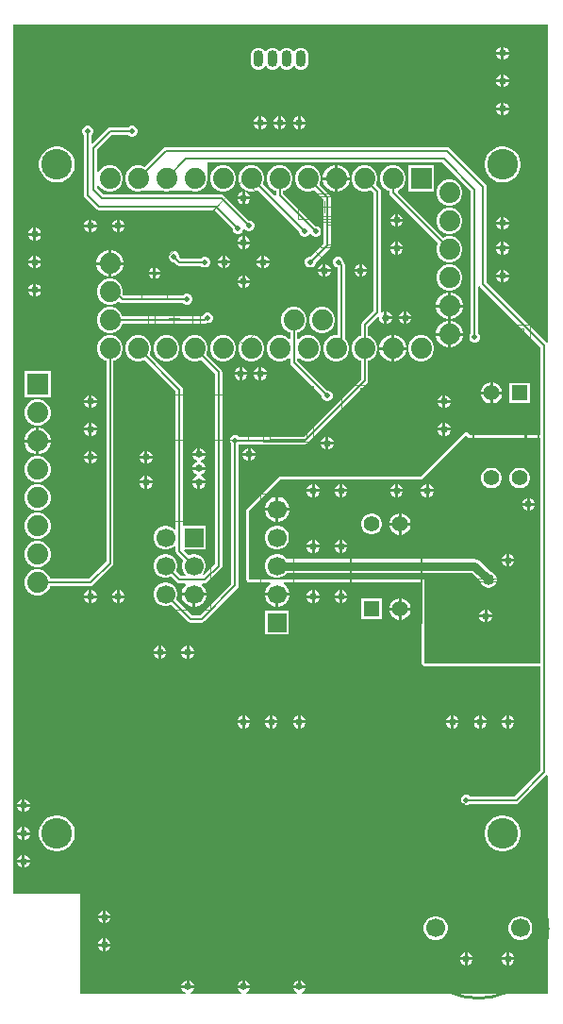
<source format=gbl>
G04*
G04 #@! TF.GenerationSoftware,Altium Limited,Altium Designer,21.3.2 (30)*
G04*
G04 Layer_Physical_Order=2*
G04 Layer_Color=16711680*
%FSLAX25Y25*%
%MOIN*%
G70*
G04*
G04 #@! TF.SameCoordinates,3F51CCC3-8A4B-4D73-A1D2-239D5F55BC23*
G04*
G04*
G04 #@! TF.FilePolarity,Positive*
G04*
G01*
G75*
%ADD10C,0.01000*%
%ADD12C,0.00787*%
%ADD15C,0.00394*%
%ADD18R,0.03307X0.06692*%
%ADD19R,0.06692X0.03307*%
%ADD20R,0.03765X0.24488*%
%ADD21R,0.24488X0.03765*%
%ADD22R,0.11496X0.02436*%
%ADD23C,0.00197*%
%ADD82C,0.00800*%
%ADD84C,0.03000*%
%ADD86C,0.07400*%
%ADD87R,0.07400X0.07400*%
%ADD88C,0.06693*%
%ADD89C,0.05512*%
%ADD90R,0.05512X0.05512*%
%ADD91O,0.03543X0.05906*%
%ADD92R,0.06693X0.06693*%
%ADD93R,0.07400X0.07400*%
%ADD94C,0.10827*%
%ADD95C,0.02000*%
%ADD96C,0.02500*%
%ADD97C,0.04000*%
G36*
X191298Y232525D02*
X191190Y232447D01*
X190798Y232336D01*
X169633Y253502D01*
Y287402D01*
X169532Y287909D01*
X169244Y288339D01*
X156449Y301134D01*
X156019Y301421D01*
X155512Y301522D01*
X56260D01*
X56260Y301522D01*
X55753Y301421D01*
X55323Y301134D01*
X48596Y294408D01*
X48193Y294641D01*
X47023Y294954D01*
X45812D01*
X44642Y294641D01*
X43593Y294035D01*
X42736Y293179D01*
X42131Y292130D01*
X41817Y290960D01*
Y289749D01*
X42131Y288579D01*
X42736Y287530D01*
X43593Y286673D01*
X44642Y286068D01*
X45812Y285754D01*
X47023D01*
X47742Y285947D01*
X55093D01*
X55812Y285754D01*
X57023D01*
X57742Y285947D01*
X65093D01*
X65812Y285754D01*
X67023D01*
X68193Y286068D01*
X69242Y286673D01*
X70098Y287530D01*
X70704Y288579D01*
X71017Y289749D01*
Y290960D01*
X70866Y291524D01*
Y295919D01*
X153979D01*
X164029Y285868D01*
Y235613D01*
X163744Y235328D01*
X163454Y234630D01*
Y233874D01*
X163744Y233176D01*
X164278Y232641D01*
X164976Y232352D01*
X165732D01*
X166431Y232641D01*
X166965Y233176D01*
X167254Y233874D01*
Y234630D01*
X166965Y235328D01*
X166680Y235613D01*
Y252148D01*
X167180Y252300D01*
X167370Y252015D01*
X188635Y230750D01*
Y199736D01*
X163766D01*
X163050Y200452D01*
X162753Y200651D01*
X162402Y200721D01*
X162050Y200651D01*
X161753Y200452D01*
X146274Y184973D01*
X96457D01*
X96105Y184903D01*
X95808Y184704D01*
X84981Y173877D01*
X84782Y173580D01*
X84712Y173228D01*
Y148622D01*
X84782Y148271D01*
X84981Y147973D01*
X85279Y147774D01*
X85630Y147704D01*
X92987D01*
X93121Y147204D01*
X92804Y147021D01*
X91994Y146212D01*
X91422Y145221D01*
X91126Y144115D01*
Y144043D01*
X95472D01*
X99819D01*
Y144115D01*
X99523Y145221D01*
X98950Y146212D01*
X98141Y147021D01*
X97824Y147204D01*
X97958Y147704D01*
X146720D01*
Y119095D01*
X146790Y118743D01*
X146989Y118446D01*
X147287Y118247D01*
X147638Y118177D01*
X188635D01*
Y81258D01*
X179569Y72192D01*
X163763D01*
X163478Y72477D01*
X162779Y72766D01*
X162024D01*
X161325Y72477D01*
X160791Y71942D01*
X160502Y71244D01*
Y70488D01*
X160791Y69790D01*
X161325Y69255D01*
X162024Y68966D01*
X162779D01*
X163478Y69255D01*
X163763Y69541D01*
X180118D01*
X180625Y69642D01*
X181055Y69929D01*
X190798Y79672D01*
X191190Y79561D01*
X191298Y79483D01*
Y2322D01*
X104257D01*
X104157Y2822D01*
X104621Y3014D01*
X105254Y3647D01*
X105575Y4421D01*
X101118D01*
X101439Y3647D01*
X102072Y3014D01*
X102536Y2822D01*
X102436Y2322D01*
X84572D01*
X84472Y2822D01*
X84936Y3014D01*
X85569Y3647D01*
X85890Y4421D01*
X81433D01*
X81754Y3647D01*
X82387Y3014D01*
X82851Y2822D01*
X82751Y2322D01*
X64887D01*
X64787Y2822D01*
X65251Y3014D01*
X65884Y3647D01*
X66205Y4421D01*
X61748D01*
X62069Y3647D01*
X62702Y3014D01*
X63166Y2822D01*
X63066Y2322D01*
X25944D01*
Y37755D01*
X2322D01*
Y344841D01*
X191298D01*
Y232525D01*
D02*
G37*
G36*
X163386Y198819D02*
X188635D01*
Y119095D01*
X147638D01*
Y148622D01*
X85630D01*
Y173228D01*
X96457Y184055D01*
X146653D01*
X162402Y199803D01*
X163386Y198819D01*
D02*
G37*
%LPC*%
G36*
X103957Y336553D02*
X103259Y336461D01*
X102609Y336192D01*
X102051Y335764D01*
X101759Y335382D01*
X101663Y335346D01*
X101250D01*
X101155Y335382D01*
X100862Y335764D01*
X100304Y336192D01*
X99654Y336461D01*
X98957Y336553D01*
X98259Y336461D01*
X97609Y336192D01*
X97051Y335764D01*
X96759Y335382D01*
X96663Y335346D01*
X96250D01*
X96155Y335382D01*
X95862Y335764D01*
X95304Y336192D01*
X94654Y336461D01*
X93957Y336553D01*
X93259Y336461D01*
X92609Y336192D01*
X92051Y335764D01*
X91759Y335382D01*
X91663Y335346D01*
X91250D01*
X91155Y335382D01*
X90862Y335764D01*
X90304Y336192D01*
X89654Y336461D01*
X88957Y336553D01*
X88259Y336461D01*
X87609Y336192D01*
X87051Y335764D01*
X86623Y335206D01*
X86354Y334556D01*
X86262Y333858D01*
Y331496D01*
X86354Y330799D01*
X86623Y330149D01*
X87051Y329591D01*
X87609Y329162D01*
X88259Y328893D01*
X88957Y328801D01*
X89654Y328893D01*
X90304Y329162D01*
X90862Y329591D01*
X91155Y329972D01*
X91250Y330008D01*
X91663D01*
X91759Y329972D01*
X92051Y329591D01*
X92609Y329162D01*
X93259Y328893D01*
X93957Y328801D01*
X94654Y328893D01*
X95304Y329162D01*
X95862Y329591D01*
X96155Y329972D01*
X96250Y330008D01*
X96663D01*
X96759Y329972D01*
X97051Y329591D01*
X97609Y329162D01*
X98259Y328893D01*
X98957Y328801D01*
X99654Y328893D01*
X100304Y329162D01*
X100862Y329591D01*
X101155Y329972D01*
X101250Y330008D01*
X101663D01*
X101759Y329972D01*
X102051Y329591D01*
X102609Y329162D01*
X103259Y328893D01*
X103957Y328801D01*
X104654Y328893D01*
X105304Y329162D01*
X105862Y329591D01*
X106290Y330149D01*
X106560Y330799D01*
X106651Y331496D01*
Y333858D01*
X106560Y334556D01*
X106290Y335206D01*
X105862Y335764D01*
X105304Y336192D01*
X104654Y336461D01*
X103957Y336553D01*
D02*
G37*
G36*
X175697Y336874D02*
Y335146D01*
X177425D01*
X177104Y335920D01*
X176471Y336553D01*
X175697Y336874D01*
D02*
G37*
G36*
X174697D02*
X173922Y336553D01*
X173289Y335920D01*
X172969Y335146D01*
X174697D01*
Y336874D01*
D02*
G37*
G36*
X177425Y334146D02*
X175697D01*
Y332417D01*
X176471Y332738D01*
X177104Y333371D01*
X177425Y334146D01*
D02*
G37*
G36*
X174697D02*
X172969D01*
X173289Y333371D01*
X173922Y332738D01*
X174697Y332417D01*
Y334146D01*
D02*
G37*
G36*
X175697Y327031D02*
Y325303D01*
X177425D01*
X177104Y326078D01*
X176471Y326711D01*
X175697Y327031D01*
D02*
G37*
G36*
X174697D02*
X173922Y326711D01*
X173289Y326078D01*
X172969Y325303D01*
X174697D01*
Y327031D01*
D02*
G37*
G36*
X177425Y324303D02*
X175697D01*
Y322575D01*
X176471Y322896D01*
X177104Y323529D01*
X177425Y324303D01*
D02*
G37*
G36*
X174697D02*
X172969D01*
X173289Y323529D01*
X173922Y322896D01*
X174697Y322575D01*
Y324303D01*
D02*
G37*
G36*
X175697Y317189D02*
Y315461D01*
X177425D01*
X177104Y316235D01*
X176471Y316868D01*
X175697Y317189D01*
D02*
G37*
G36*
X174697D02*
X173922Y316868D01*
X173289Y316235D01*
X172969Y315461D01*
X174697D01*
Y317189D01*
D02*
G37*
G36*
X177425Y314461D02*
X175697D01*
Y312732D01*
X176471Y313053D01*
X177104Y313686D01*
X177425Y314461D01*
D02*
G37*
G36*
X174697D02*
X172969D01*
X173289Y313686D01*
X173922Y313053D01*
X174697Y312732D01*
Y314461D01*
D02*
G37*
G36*
X103847Y312268D02*
Y310539D01*
X105575D01*
X105254Y311314D01*
X104621Y311947D01*
X103847Y312268D01*
D02*
G37*
G36*
X102847D02*
X102072Y311947D01*
X101439Y311314D01*
X101118Y310539D01*
X102847D01*
Y312268D01*
D02*
G37*
G36*
X96957D02*
Y310539D01*
X98685D01*
X98364Y311314D01*
X97731Y311947D01*
X96957Y312268D01*
D02*
G37*
G36*
X95957D02*
X95182Y311947D01*
X94549Y311314D01*
X94228Y310539D01*
X95957D01*
Y312268D01*
D02*
G37*
G36*
X90067D02*
Y310539D01*
X91795D01*
X91474Y311314D01*
X90841Y311947D01*
X90067Y312268D01*
D02*
G37*
G36*
X89067D02*
X88292Y311947D01*
X87660Y311314D01*
X87339Y310539D01*
X89067D01*
Y312268D01*
D02*
G37*
G36*
X105575Y309539D02*
X103847D01*
Y307811D01*
X104621Y308132D01*
X105254Y308765D01*
X105575Y309539D01*
D02*
G37*
G36*
X102847D02*
X101118D01*
X101439Y308765D01*
X102072Y308132D01*
X102847Y307811D01*
Y309539D01*
D02*
G37*
G36*
X98685D02*
X96957D01*
Y307811D01*
X97731Y308132D01*
X98364Y308765D01*
X98685Y309539D01*
D02*
G37*
G36*
X95957D02*
X94228D01*
X94549Y308765D01*
X95182Y308132D01*
X95957Y307811D01*
Y309539D01*
D02*
G37*
G36*
X91795D02*
X90067D01*
Y307811D01*
X90841Y308132D01*
X91474Y308765D01*
X91795Y309539D01*
D02*
G37*
G36*
X89067D02*
X87339D01*
X87660Y308765D01*
X88292Y308132D01*
X89067Y307811D01*
Y309539D01*
D02*
G37*
G36*
X44669Y308987D02*
X43913D01*
X43215Y308697D01*
X42930Y308412D01*
X36417D01*
X35910Y308311D01*
X35480Y308024D01*
X30331Y302874D01*
X29869Y303066D01*
Y305725D01*
X30154Y306010D01*
X30443Y306709D01*
Y307465D01*
X30154Y308163D01*
X29620Y308697D01*
X28921Y308987D01*
X28165D01*
X27467Y308697D01*
X26933Y308163D01*
X26643Y307465D01*
Y306709D01*
X26933Y306010D01*
X27218Y305725D01*
Y284449D01*
X27319Y283942D01*
X27606Y283512D01*
X31543Y279575D01*
X31973Y279287D01*
X32480Y279186D01*
X73270D01*
X79793Y272663D01*
Y272260D01*
X80082Y271562D01*
X80617Y271027D01*
X81315Y270738D01*
X82071D01*
X82769Y271027D01*
X83304Y271562D01*
X83593Y272260D01*
Y272319D01*
X83744Y272399D01*
X84093Y272472D01*
X84554Y272011D01*
X85252Y271722D01*
X86008D01*
X86706Y272011D01*
X87241Y272546D01*
X87530Y273244D01*
Y274000D01*
X87241Y274698D01*
X86706Y275233D01*
X86008Y275522D01*
X85604D01*
X76725Y284402D01*
X76295Y284689D01*
X75787Y284790D01*
X34014D01*
X31837Y286966D01*
Y288087D01*
X32337Y288221D01*
X32736Y287530D01*
X33593Y286673D01*
X34642Y286068D01*
X35812Y285754D01*
X37023D01*
X38193Y286068D01*
X39242Y286673D01*
X40098Y287530D01*
X40704Y288579D01*
X41017Y289749D01*
Y290960D01*
X40704Y292130D01*
X40098Y293179D01*
X39242Y294035D01*
X38193Y294641D01*
X37023Y294954D01*
X35812D01*
X34642Y294641D01*
X33593Y294035D01*
X32736Y293179D01*
X32337Y292488D01*
X31837Y292621D01*
Y300632D01*
X36966Y305761D01*
X42930D01*
X43215Y305476D01*
X43913Y305187D01*
X44669D01*
X45368Y305476D01*
X45902Y306010D01*
X46191Y306709D01*
Y307465D01*
X45902Y308163D01*
X45368Y308697D01*
X44669Y308987D01*
D02*
G37*
G36*
X117036Y295054D02*
X116917D01*
Y290854D01*
X121117D01*
Y290973D01*
X120797Y292168D01*
X120178Y293240D01*
X119303Y294115D01*
X118231Y294734D01*
X117036Y295054D01*
D02*
G37*
G36*
X115917D02*
X115799D01*
X114603Y294734D01*
X113531Y294115D01*
X112656Y293240D01*
X112038Y292168D01*
X111717Y290973D01*
Y290854D01*
X115917D01*
Y295054D01*
D02*
G37*
G36*
X175819Y301589D02*
X174575D01*
X173355Y301346D01*
X172206Y300870D01*
X171172Y300180D01*
X170293Y299300D01*
X169602Y298266D01*
X169126Y297117D01*
X168884Y295897D01*
Y294654D01*
X169126Y293434D01*
X169602Y292285D01*
X170293Y291251D01*
X171172Y290372D01*
X172206Y289681D01*
X173355Y289205D01*
X174575Y288962D01*
X175819D01*
X177038Y289205D01*
X178187Y289681D01*
X179221Y290372D01*
X180101Y291251D01*
X180792Y292285D01*
X181268Y293434D01*
X181510Y294654D01*
Y295897D01*
X181268Y297117D01*
X180792Y298266D01*
X180101Y299300D01*
X179221Y300180D01*
X178187Y300870D01*
X177038Y301346D01*
X175819Y301589D01*
D02*
G37*
G36*
X18338D02*
X17095D01*
X15875Y301346D01*
X14726Y300870D01*
X13692Y300180D01*
X12813Y299300D01*
X12122Y298266D01*
X11646Y297117D01*
X11403Y295897D01*
Y294654D01*
X11646Y293434D01*
X12122Y292285D01*
X12813Y291251D01*
X13692Y290372D01*
X14726Y289681D01*
X15875Y289205D01*
X17095Y288962D01*
X18338D01*
X19558Y289205D01*
X20707Y289681D01*
X21741Y290372D01*
X22621Y291251D01*
X23311Y292285D01*
X23787Y293434D01*
X24030Y294654D01*
Y295897D01*
X23787Y297117D01*
X23311Y298266D01*
X22621Y299300D01*
X21741Y300180D01*
X20707Y300870D01*
X19558Y301346D01*
X18338Y301589D01*
D02*
G37*
G36*
X151017Y294954D02*
X141817D01*
Y285754D01*
X151017D01*
Y294954D01*
D02*
G37*
G36*
X77023D02*
X75812D01*
X74642Y294641D01*
X73593Y294035D01*
X72736Y293179D01*
X72131Y292130D01*
X71817Y290960D01*
Y289749D01*
X72131Y288579D01*
X72736Y287530D01*
X73593Y286673D01*
X74642Y286068D01*
X75812Y285754D01*
X77023D01*
X78193Y286068D01*
X79242Y286673D01*
X80098Y287530D01*
X80704Y288579D01*
X81017Y289749D01*
Y290960D01*
X80704Y292130D01*
X80098Y293179D01*
X79242Y294035D01*
X78193Y294641D01*
X77023Y294954D01*
D02*
G37*
G36*
X121117Y289854D02*
X116917D01*
Y285654D01*
X117036D01*
X118231Y285975D01*
X119303Y286593D01*
X120178Y287469D01*
X120797Y288540D01*
X121117Y289736D01*
Y289854D01*
D02*
G37*
G36*
X115917D02*
X111717D01*
Y289736D01*
X112038Y288540D01*
X112656Y287469D01*
X113531Y286593D01*
X114603Y285975D01*
X115799Y285654D01*
X115917D01*
Y289854D01*
D02*
G37*
G36*
X97023Y294954D02*
X95812D01*
X94642Y294641D01*
X93593Y294035D01*
X92736Y293179D01*
X92131Y292130D01*
X91817Y290960D01*
Y289749D01*
X92131Y288579D01*
X92736Y287530D01*
X93593Y286673D01*
X94642Y286068D01*
X95092Y285947D01*
Y284488D01*
X95124Y284328D01*
X94663Y284082D01*
X90507Y288238D01*
X90704Y288579D01*
X91017Y289749D01*
Y290960D01*
X90704Y292130D01*
X90098Y293179D01*
X89242Y294035D01*
X88193Y294641D01*
X87023Y294954D01*
X85812D01*
X84642Y294641D01*
X83593Y294035D01*
X82736Y293179D01*
X82131Y292130D01*
X81817Y290960D01*
Y289749D01*
X82131Y288579D01*
X82736Y287530D01*
X83593Y286673D01*
X84642Y286068D01*
X85812Y285754D01*
X87023D01*
X88193Y286068D01*
X88659Y286337D01*
X103415Y271581D01*
Y271276D01*
X103704Y270577D01*
X104239Y270043D01*
X104937Y269754D01*
X105693D01*
X106391Y270043D01*
X106926Y270577D01*
X107013Y270788D01*
X107554D01*
X107641Y270577D01*
X108176Y270043D01*
X108874Y269754D01*
X109630D01*
X110328Y270043D01*
X110863Y270577D01*
X111152Y271276D01*
Y272031D01*
X110863Y272730D01*
X110328Y273264D01*
X109630Y273553D01*
X109227D01*
X97743Y285037D01*
Y285947D01*
X98193Y286068D01*
X99242Y286673D01*
X100098Y287530D01*
X100704Y288579D01*
X101017Y289749D01*
Y290960D01*
X100704Y292130D01*
X100098Y293179D01*
X99242Y294035D01*
X98193Y294641D01*
X97023Y294954D01*
D02*
G37*
G36*
X84161Y285693D02*
Y283965D01*
X85890D01*
X85569Y284739D01*
X84936Y285372D01*
X84161Y285693D01*
D02*
G37*
G36*
X83161D02*
X82387Y285372D01*
X81754Y284739D01*
X81433Y283965D01*
X83161D01*
Y285693D01*
D02*
G37*
G36*
X85890Y282965D02*
X84161D01*
Y281236D01*
X84936Y281557D01*
X85569Y282190D01*
X85890Y282965D01*
D02*
G37*
G36*
X83161D02*
X81433D01*
X81754Y282190D01*
X82387Y281557D01*
X83161Y281236D01*
Y282965D01*
D02*
G37*
G36*
X157023Y289954D02*
X155812D01*
X154642Y289641D01*
X153593Y289035D01*
X152736Y288179D01*
X152131Y287130D01*
X151817Y285960D01*
Y284749D01*
X152131Y283579D01*
X152736Y282530D01*
X153593Y281673D01*
X154642Y281068D01*
X155812Y280754D01*
X157023D01*
X158193Y281068D01*
X159242Y281673D01*
X160098Y282530D01*
X160704Y283579D01*
X161017Y284749D01*
Y285960D01*
X160704Y287130D01*
X160098Y288179D01*
X159242Y289035D01*
X158193Y289641D01*
X157023Y289954D01*
D02*
G37*
G36*
X138295Y277819D02*
Y276091D01*
X140024D01*
X139703Y276865D01*
X139070Y277498D01*
X138295Y277819D01*
D02*
G37*
G36*
X137295D02*
X136521Y277498D01*
X135888Y276865D01*
X135567Y276091D01*
X137295D01*
Y277819D01*
D02*
G37*
G36*
X175697Y276835D02*
Y275106D01*
X177425D01*
X177104Y275881D01*
X176471Y276514D01*
X175697Y276835D01*
D02*
G37*
G36*
X174697D02*
X173922Y276514D01*
X173289Y275881D01*
X172969Y275106D01*
X174697D01*
Y276835D01*
D02*
G37*
G36*
X39870Y275850D02*
Y274122D01*
X41598D01*
X41278Y274897D01*
X40645Y275530D01*
X39870Y275850D01*
D02*
G37*
G36*
X38870D02*
X38096Y275530D01*
X37463Y274897D01*
X37142Y274122D01*
X38870D01*
Y275850D01*
D02*
G37*
G36*
X30028D02*
Y274122D01*
X31756D01*
X31435Y274897D01*
X30802Y275530D01*
X30028Y275850D01*
D02*
G37*
G36*
X29028D02*
X28253Y275530D01*
X27620Y274897D01*
X27299Y274122D01*
X29028D01*
Y275850D01*
D02*
G37*
G36*
X140024Y275091D02*
X138295D01*
Y273362D01*
X139070Y273683D01*
X139703Y274316D01*
X140024Y275091D01*
D02*
G37*
G36*
X137295D02*
X135567D01*
X135888Y274316D01*
X136521Y273683D01*
X137295Y273362D01*
Y275091D01*
D02*
G37*
G36*
X177425Y274106D02*
X175697D01*
Y272378D01*
X176471Y272699D01*
X177104Y273332D01*
X177425Y274106D01*
D02*
G37*
G36*
X174697D02*
X172969D01*
X173289Y273332D01*
X173922Y272699D01*
X174697Y272378D01*
Y274106D01*
D02*
G37*
G36*
X41598Y273122D02*
X39870D01*
Y271394D01*
X40645Y271715D01*
X41278Y272347D01*
X41598Y273122D01*
D02*
G37*
G36*
X38870D02*
X37142D01*
X37463Y272347D01*
X38096Y271715D01*
X38870Y271394D01*
Y273122D01*
D02*
G37*
G36*
X31756D02*
X30028D01*
Y271394D01*
X30802Y271715D01*
X31435Y272347D01*
X31756Y273122D01*
D02*
G37*
G36*
X29028D02*
X27299D01*
X27620Y272347D01*
X28253Y271715D01*
X29028Y271394D01*
Y273122D01*
D02*
G37*
G36*
X10343Y272898D02*
Y271169D01*
X12071D01*
X11750Y271944D01*
X11117Y272577D01*
X10343Y272898D01*
D02*
G37*
G36*
X9342D02*
X8568Y272577D01*
X7935Y271944D01*
X7614Y271169D01*
X9342D01*
Y272898D01*
D02*
G37*
G36*
X157023Y279954D02*
X155812D01*
X154642Y279641D01*
X153593Y279035D01*
X152736Y278179D01*
X152131Y277130D01*
X151817Y275960D01*
Y274749D01*
X152131Y273579D01*
X152736Y272530D01*
X153593Y271673D01*
X154642Y271068D01*
X155812Y270754D01*
X157023D01*
X158193Y271068D01*
X159242Y271673D01*
X160098Y272530D01*
X160704Y273579D01*
X161017Y274749D01*
Y275960D01*
X160704Y277130D01*
X160098Y278179D01*
X159242Y279035D01*
X158193Y279641D01*
X157023Y279954D01*
D02*
G37*
G36*
X12071Y270169D02*
X10343D01*
Y268441D01*
X11117Y268762D01*
X11750Y269395D01*
X12071Y270169D01*
D02*
G37*
G36*
X9342D02*
X7614D01*
X7935Y269395D01*
X8568Y268762D01*
X9342Y268441D01*
Y270169D01*
D02*
G37*
G36*
X84161Y269945D02*
Y268216D01*
X85890D01*
X85569Y268991D01*
X84936Y269624D01*
X84161Y269945D01*
D02*
G37*
G36*
X83161D02*
X82387Y269624D01*
X81754Y268991D01*
X81433Y268216D01*
X83161D01*
Y269945D01*
D02*
G37*
G36*
X175697Y267976D02*
Y266248D01*
X177425D01*
X177104Y267023D01*
X176471Y267655D01*
X175697Y267976D01*
D02*
G37*
G36*
X174697D02*
X173922Y267655D01*
X173289Y267023D01*
X172969Y266248D01*
X174697D01*
Y267976D01*
D02*
G37*
G36*
X138295D02*
Y266248D01*
X140024D01*
X139703Y267023D01*
X139070Y267655D01*
X138295Y267976D01*
D02*
G37*
G36*
X137295D02*
X136521Y267655D01*
X135888Y267023D01*
X135567Y266248D01*
X137295D01*
Y267976D01*
D02*
G37*
G36*
X85890Y267216D02*
X84161D01*
Y265488D01*
X84936Y265809D01*
X85569Y266442D01*
X85890Y267216D01*
D02*
G37*
G36*
X83161D02*
X81433D01*
X81754Y266442D01*
X82387Y265809D01*
X83161Y265488D01*
Y267216D01*
D02*
G37*
G36*
X177425Y265248D02*
X175697D01*
Y263520D01*
X176471Y263841D01*
X177104Y264474D01*
X177425Y265248D01*
D02*
G37*
G36*
X174697D02*
X172969D01*
X173289Y264474D01*
X173922Y263841D01*
X174697Y263520D01*
Y265248D01*
D02*
G37*
G36*
X140024D02*
X138295D01*
Y263520D01*
X139070Y263841D01*
X139703Y264474D01*
X140024Y265248D01*
D02*
G37*
G36*
X137295D02*
X135567D01*
X135888Y264474D01*
X136521Y263841D01*
X137295Y263520D01*
Y265248D01*
D02*
G37*
G36*
X91051Y263055D02*
Y261327D01*
X92779D01*
X92459Y262101D01*
X91826Y262734D01*
X91051Y263055D01*
D02*
G37*
G36*
X90051D02*
X89277Y262734D01*
X88644Y262101D01*
X88323Y261327D01*
X90051D01*
Y263055D01*
D02*
G37*
G36*
X77272D02*
Y261327D01*
X79000D01*
X78679Y262101D01*
X78046Y262734D01*
X77272Y263055D01*
D02*
G37*
G36*
X76272D02*
X75497Y262734D01*
X74864Y262101D01*
X74543Y261327D01*
X76272D01*
Y263055D01*
D02*
G37*
G36*
X10343D02*
Y261327D01*
X12071D01*
X11750Y262101D01*
X11117Y262734D01*
X10343Y263055D01*
D02*
G37*
G36*
X9342D02*
X8568Y262734D01*
X7935Y262101D01*
X7614Y261327D01*
X9342D01*
Y263055D01*
D02*
G37*
G36*
X37036Y265054D02*
X36917D01*
Y260854D01*
X41117D01*
Y260973D01*
X40797Y262169D01*
X40178Y263240D01*
X39303Y264115D01*
X38232Y264734D01*
X37036Y265054D01*
D02*
G37*
G36*
X35917D02*
X35799D01*
X34603Y264734D01*
X33531Y264115D01*
X32656Y263240D01*
X32038Y262169D01*
X31717Y260973D01*
Y260854D01*
X35917D01*
Y265054D01*
D02*
G37*
G36*
X137023Y294954D02*
X135812D01*
X134642Y294641D01*
X133593Y294035D01*
X132736Y293179D01*
X132131Y292130D01*
X131817Y290960D01*
Y289749D01*
X132131Y288579D01*
X132736Y287530D01*
X133593Y286673D01*
X134642Y286068D01*
X135092Y285947D01*
Y285354D01*
X135193Y284847D01*
X135480Y284417D01*
X152364Y267533D01*
X152131Y267130D01*
X151817Y265960D01*
Y264749D01*
X152131Y263579D01*
X152736Y262530D01*
X153593Y261673D01*
X154642Y261068D01*
X155812Y260754D01*
X157023D01*
X158193Y261068D01*
X159242Y261673D01*
X160098Y262530D01*
X160704Y263579D01*
X161017Y264749D01*
Y265960D01*
X160704Y267130D01*
X160098Y268179D01*
X159242Y269035D01*
X158193Y269641D01*
X157023Y269954D01*
X155812D01*
X154642Y269641D01*
X154238Y269408D01*
X138117Y285530D01*
X138166Y285882D01*
X138251Y286102D01*
X139242Y286673D01*
X140098Y287530D01*
X140704Y288579D01*
X141017Y289749D01*
Y290960D01*
X140704Y292130D01*
X140098Y293179D01*
X139242Y294035D01*
X138193Y294641D01*
X137023Y294954D01*
D02*
G37*
G36*
X107023D02*
X105812D01*
X104642Y294641D01*
X103593Y294035D01*
X102736Y293179D01*
X102131Y292130D01*
X101817Y290960D01*
Y289749D01*
X102131Y288579D01*
X102736Y287530D01*
X103593Y286673D01*
X104642Y286068D01*
X105812Y285754D01*
X107023D01*
X108193Y286068D01*
X108596Y286301D01*
X111864Y283034D01*
Y267281D01*
X107309Y262727D01*
X106905D01*
X106207Y262438D01*
X105673Y261903D01*
X105384Y261205D01*
Y260449D01*
X105673Y259751D01*
X106207Y259216D01*
X106905Y258927D01*
X107661D01*
X108360Y259216D01*
X108894Y259751D01*
X109184Y260449D01*
Y260852D01*
X114126Y265795D01*
X114414Y266225D01*
X114515Y266732D01*
Y283583D01*
X114414Y284090D01*
X114126Y284520D01*
X110471Y288175D01*
X110704Y288579D01*
X111017Y289749D01*
Y290960D01*
X110704Y292130D01*
X110098Y293179D01*
X109242Y294035D01*
X108193Y294641D01*
X107023Y294954D01*
D02*
G37*
G36*
X59433Y264695D02*
X58677D01*
X57979Y264406D01*
X57444Y263872D01*
X57155Y263173D01*
Y262417D01*
X57444Y261719D01*
X57979Y261185D01*
X58677Y260895D01*
X59081D01*
X60086Y259890D01*
X60516Y259602D01*
X61024Y259501D01*
X68520D01*
X68806Y259216D01*
X69504Y258927D01*
X70260D01*
X70958Y259216D01*
X71493Y259751D01*
X71782Y260449D01*
Y261205D01*
X71493Y261903D01*
X70958Y262438D01*
X70260Y262727D01*
X69504D01*
X68806Y262438D01*
X68520Y262152D01*
X61573D01*
X60955Y262770D01*
Y263173D01*
X60666Y263872D01*
X60131Y264406D01*
X59433Y264695D01*
D02*
G37*
G36*
X92779Y260327D02*
X91051D01*
Y258598D01*
X91826Y258919D01*
X92459Y259552D01*
X92779Y260327D01*
D02*
G37*
G36*
X90051D02*
X88323D01*
X88644Y259552D01*
X89277Y258919D01*
X90051Y258598D01*
Y260327D01*
D02*
G37*
G36*
X79000D02*
X77272D01*
Y258598D01*
X78046Y258919D01*
X78679Y259552D01*
X79000Y260327D01*
D02*
G37*
G36*
X76272D02*
X74543D01*
X74864Y259552D01*
X75497Y258919D01*
X76272Y258598D01*
Y260327D01*
D02*
G37*
G36*
X12071D02*
X10343D01*
Y258598D01*
X11117Y258919D01*
X11750Y259552D01*
X12071Y260327D01*
D02*
G37*
G36*
X9342D02*
X7614D01*
X7935Y259552D01*
X8568Y258919D01*
X9342Y258598D01*
Y260327D01*
D02*
G37*
G36*
X125500Y260102D02*
Y258374D01*
X127228D01*
X126908Y259149D01*
X126275Y259782D01*
X125500Y260102D01*
D02*
G37*
G36*
X124500D02*
X123725Y259782D01*
X123092Y259149D01*
X122772Y258374D01*
X124500D01*
Y260102D01*
D02*
G37*
G36*
X112705D02*
Y258374D01*
X114433D01*
X114112Y259149D01*
X113479Y259782D01*
X112705Y260102D01*
D02*
G37*
G36*
X111705D02*
X110930Y259782D01*
X110297Y259149D01*
X109976Y258374D01*
X111705D01*
Y260102D01*
D02*
G37*
G36*
X52665Y258847D02*
Y257390D01*
X54123D01*
X53861Y258023D01*
X53298Y258585D01*
X52665Y258847D01*
D02*
G37*
G36*
X51665D02*
X51032Y258585D01*
X50470Y258023D01*
X50208Y257390D01*
X51665D01*
Y258847D01*
D02*
G37*
G36*
X175697Y258134D02*
Y256405D01*
X177425D01*
X177104Y257180D01*
X176471Y257813D01*
X175697Y258134D01*
D02*
G37*
G36*
X174697D02*
X173922Y257813D01*
X173289Y257180D01*
X172969Y256405D01*
X174697D01*
Y258134D01*
D02*
G37*
G36*
X41117Y259854D02*
X36917D01*
Y255654D01*
X37036D01*
X38232Y255975D01*
X39303Y256593D01*
X40178Y257469D01*
X40797Y258540D01*
X41117Y259736D01*
Y259854D01*
D02*
G37*
G36*
X35917D02*
X31717D01*
Y259736D01*
X32038Y258540D01*
X32656Y257469D01*
X33531Y256593D01*
X34603Y255975D01*
X35799Y255654D01*
X35917D01*
Y259854D01*
D02*
G37*
G36*
X127228Y257374D02*
X125500D01*
Y255646D01*
X126275Y255967D01*
X126908Y256599D01*
X127228Y257374D01*
D02*
G37*
G36*
X124500D02*
X122772D01*
X123092Y256599D01*
X123725Y255967D01*
X124500Y255646D01*
Y257374D01*
D02*
G37*
G36*
X114433D02*
X112705D01*
Y255646D01*
X113479Y255967D01*
X114112Y256599D01*
X114433Y257374D01*
D02*
G37*
G36*
X111705D02*
X109976D01*
X110297Y256599D01*
X110930Y255967D01*
X111705Y255646D01*
Y257374D01*
D02*
G37*
G36*
X54123Y256390D02*
X52665D01*
Y254932D01*
X53298Y255194D01*
X53861Y255757D01*
X54123Y256390D01*
D02*
G37*
G36*
X51665D02*
X50208D01*
X50470Y255757D01*
X51032Y255194D01*
X51665Y254932D01*
Y256390D01*
D02*
G37*
G36*
X84161Y256165D02*
Y254437D01*
X85890D01*
X85569Y255211D01*
X84936Y255844D01*
X84161Y256165D01*
D02*
G37*
G36*
X83161D02*
X82387Y255844D01*
X81754Y255211D01*
X81433Y254437D01*
X83161D01*
Y256165D01*
D02*
G37*
G36*
X177425Y255405D02*
X175697D01*
Y253677D01*
X176471Y253998D01*
X177104Y254631D01*
X177425Y255405D01*
D02*
G37*
G36*
X174697D02*
X172969D01*
X173289Y254631D01*
X173922Y253998D01*
X174697Y253677D01*
Y255405D01*
D02*
G37*
G36*
X85890Y253437D02*
X84161D01*
Y251709D01*
X84936Y252030D01*
X85569Y252662D01*
X85890Y253437D01*
D02*
G37*
G36*
X83161D02*
X81433D01*
X81754Y252662D01*
X82387Y252030D01*
X83161Y251709D01*
Y253437D01*
D02*
G37*
G36*
X10343Y253212D02*
Y251484D01*
X12071D01*
X11750Y252259D01*
X11117Y252892D01*
X10343Y253212D01*
D02*
G37*
G36*
X9342D02*
X8568Y252892D01*
X7935Y252259D01*
X7614Y251484D01*
X9342D01*
Y253212D01*
D02*
G37*
G36*
X157023Y259954D02*
X155812D01*
X154642Y259641D01*
X153593Y259035D01*
X152736Y258179D01*
X152131Y257130D01*
X151817Y255960D01*
Y254749D01*
X152131Y253579D01*
X152736Y252530D01*
X153593Y251673D01*
X154642Y251068D01*
X155812Y250754D01*
X157023D01*
X158193Y251068D01*
X159242Y251673D01*
X160098Y252530D01*
X160704Y253579D01*
X161017Y254749D01*
Y255960D01*
X160704Y257130D01*
X160098Y258179D01*
X159242Y259035D01*
X158193Y259641D01*
X157023Y259954D01*
D02*
G37*
G36*
X12071Y250484D02*
X10343D01*
Y248756D01*
X11117Y249077D01*
X11750Y249710D01*
X12071Y250484D01*
D02*
G37*
G36*
X9342D02*
X7614D01*
X7935Y249710D01*
X8568Y249077D01*
X9342Y248756D01*
Y250484D01*
D02*
G37*
G36*
X157036Y250054D02*
X156917D01*
Y245854D01*
X161117D01*
Y245973D01*
X160797Y247168D01*
X160178Y248240D01*
X159303Y249115D01*
X158231Y249734D01*
X157036Y250054D01*
D02*
G37*
G36*
X155917D02*
X155799D01*
X154603Y249734D01*
X153531Y249115D01*
X152656Y248240D01*
X152038Y247168D01*
X151717Y245973D01*
Y245854D01*
X155917D01*
Y250054D01*
D02*
G37*
G36*
X37023Y254954D02*
X35812D01*
X34642Y254641D01*
X33593Y254035D01*
X32736Y253179D01*
X32131Y252130D01*
X31817Y250960D01*
Y249749D01*
X32131Y248579D01*
X32736Y247530D01*
X33593Y246673D01*
X34642Y246068D01*
X35812Y245754D01*
X37023D01*
X38193Y246068D01*
X39242Y246673D01*
X39626Y247057D01*
X39929Y246754D01*
X40359Y246467D01*
X40866Y246366D01*
X62341D01*
X62626Y246080D01*
X63325Y245791D01*
X64081D01*
X64779Y246080D01*
X65314Y246615D01*
X65603Y247313D01*
Y248069D01*
X65314Y248767D01*
X64779Y249302D01*
X64081Y249591D01*
X63325D01*
X62626Y249302D01*
X62341Y249017D01*
X41415D01*
X40947Y249485D01*
X41017Y249749D01*
Y250960D01*
X40704Y252130D01*
X40098Y253179D01*
X39242Y254035D01*
X38193Y254641D01*
X37023Y254954D01*
D02*
G37*
G36*
X141255Y243438D02*
Y241710D01*
X142984D01*
X142663Y242485D01*
X142030Y243117D01*
X141255Y243438D01*
D02*
G37*
G36*
X140255D02*
X139481Y243117D01*
X138848Y242485D01*
X138527Y241710D01*
X140255D01*
Y243438D01*
D02*
G37*
G36*
X134358Y243370D02*
Y241642D01*
X136086D01*
X135766Y242416D01*
X135133Y243049D01*
X134358Y243370D01*
D02*
G37*
G36*
X161117Y244854D02*
X156917D01*
Y240654D01*
X157036D01*
X158231Y240975D01*
X159303Y241593D01*
X160178Y242469D01*
X160797Y243540D01*
X161117Y244736D01*
Y244854D01*
D02*
G37*
G36*
X155917D02*
X151717D01*
Y244736D01*
X152038Y243540D01*
X152656Y242469D01*
X153531Y241593D01*
X154603Y240975D01*
X155799Y240654D01*
X155917D01*
Y244854D01*
D02*
G37*
G36*
X37023Y244954D02*
X35812D01*
X34642Y244641D01*
X33593Y244035D01*
X32736Y243179D01*
X32131Y242130D01*
X31817Y240960D01*
Y239749D01*
X32131Y238579D01*
X32736Y237530D01*
X33593Y236673D01*
X34642Y236068D01*
X35812Y235754D01*
X37023D01*
X38193Y236068D01*
X39242Y236673D01*
X40098Y237530D01*
X40704Y238579D01*
X40824Y239029D01*
X69797D01*
X70305Y239130D01*
X70478Y239246D01*
X70488Y239242D01*
X71244D01*
X71942Y239531D01*
X72477Y240066D01*
X72766Y240764D01*
Y241520D01*
X72477Y242218D01*
X71942Y242753D01*
X71244Y243042D01*
X70488D01*
X69790Y242753D01*
X69255Y242218D01*
X69033Y241680D01*
X40824D01*
X40704Y242130D01*
X40098Y243179D01*
X39242Y244035D01*
X38193Y244641D01*
X37023Y244954D01*
D02*
G37*
G36*
X142984Y240710D02*
X141255D01*
Y238982D01*
X142030Y239303D01*
X142663Y239935D01*
X142984Y240710D01*
D02*
G37*
G36*
X140255D02*
X138527D01*
X138848Y239935D01*
X139481Y239303D01*
X140255Y238982D01*
Y240710D01*
D02*
G37*
G36*
X136086Y240642D02*
X134358D01*
Y238913D01*
X135133Y239234D01*
X135766Y239867D01*
X136086Y240642D01*
D02*
G37*
G36*
X127023Y294954D02*
X125812D01*
X124642Y294641D01*
X123593Y294035D01*
X122736Y293179D01*
X122131Y292130D01*
X121817Y290960D01*
Y289749D01*
X122131Y288579D01*
X122736Y287530D01*
X123593Y286673D01*
X124642Y286068D01*
X125812Y285754D01*
X127023D01*
X128193Y286068D01*
X128596Y286301D01*
X129580Y285317D01*
Y243659D01*
X125480Y239559D01*
X125193Y239129D01*
X125092Y238622D01*
Y234761D01*
X124642Y234641D01*
X123593Y234035D01*
X122736Y233179D01*
X122131Y232130D01*
X121817Y230960D01*
Y229749D01*
X122131Y228579D01*
X122736Y227530D01*
X123593Y226673D01*
X124642Y226068D01*
X125092Y225947D01*
Y219486D01*
X104766Y199160D01*
X82070D01*
X81785Y199445D01*
X81087Y199735D01*
X80331D01*
X79632Y199445D01*
X79098Y198911D01*
X78809Y198213D01*
Y197457D01*
X79098Y196758D01*
X79383Y196473D01*
Y147203D01*
X68349Y136168D01*
X65352D01*
X59897Y141623D01*
X60059Y141904D01*
X60349Y142984D01*
Y144102D01*
X60059Y145182D01*
X59500Y146151D01*
X58710Y146941D01*
X57741Y147500D01*
X56661Y147790D01*
X55543D01*
X54463Y147500D01*
X53495Y146941D01*
X52704Y146151D01*
X52145Y145182D01*
X51856Y144102D01*
Y142984D01*
X52145Y141904D01*
X52704Y140936D01*
X53495Y140145D01*
X54463Y139586D01*
X55543Y139297D01*
X56661D01*
X57741Y139586D01*
X58023Y139749D01*
X63866Y133905D01*
X64296Y133618D01*
X64803Y133517D01*
X64803Y133517D01*
X68898D01*
X69405Y133618D01*
X69835Y133905D01*
X81646Y145716D01*
X81933Y146146D01*
X82034Y146653D01*
Y196473D01*
X82070Y196509D01*
X105315D01*
X105822Y196610D01*
X106252Y196897D01*
X127355Y218000D01*
X127642Y218430D01*
X127743Y218937D01*
Y225947D01*
X128193Y226068D01*
X129242Y226673D01*
X130098Y227530D01*
X130704Y228579D01*
X131017Y229749D01*
Y230960D01*
X130704Y232130D01*
X130098Y233179D01*
X129242Y234035D01*
X128193Y234641D01*
X127743Y234761D01*
Y238073D01*
X131108Y241439D01*
X131608Y241231D01*
Y240694D01*
X131951Y239867D01*
X132584Y239234D01*
X133358Y238913D01*
Y241142D01*
Y243370D01*
X132731Y243110D01*
X132333Y243301D01*
X132231Y243403D01*
Y285866D01*
X132130Y286373D01*
X131843Y286803D01*
X130471Y288175D01*
X130704Y288579D01*
X131017Y289749D01*
Y290960D01*
X130704Y292130D01*
X130098Y293179D01*
X129242Y294035D01*
X128193Y294641D01*
X127023Y294954D01*
D02*
G37*
G36*
X157036Y240054D02*
X156917D01*
Y235854D01*
X161117D01*
Y235973D01*
X160797Y237169D01*
X160178Y238240D01*
X159303Y239115D01*
X158231Y239734D01*
X157036Y240054D01*
D02*
G37*
G36*
X155917D02*
X155799D01*
X154603Y239734D01*
X153531Y239115D01*
X152656Y238240D01*
X152038Y237169D01*
X151717Y235973D01*
Y235854D01*
X155917D01*
Y240054D01*
D02*
G37*
G36*
X112023Y244954D02*
X110812D01*
X109642Y244641D01*
X108593Y244035D01*
X107736Y243179D01*
X107131Y242130D01*
X106817Y240960D01*
Y239749D01*
X107131Y238579D01*
X107736Y237530D01*
X108593Y236673D01*
X109642Y236068D01*
X110812Y235754D01*
X112023D01*
X113193Y236068D01*
X114242Y236673D01*
X115098Y237530D01*
X115704Y238579D01*
X116017Y239749D01*
Y240960D01*
X115704Y242130D01*
X115098Y243179D01*
X114242Y244035D01*
X113193Y244641D01*
X112023Y244954D01*
D02*
G37*
G36*
X102023D02*
X100812D01*
X99642Y244641D01*
X98593Y244035D01*
X97736Y243179D01*
X97131Y242130D01*
X96817Y240960D01*
Y239749D01*
X97131Y238579D01*
X97736Y237530D01*
X98593Y236673D01*
X99642Y236068D01*
X100092Y235947D01*
Y233839D01*
X99630Y233647D01*
X99242Y234035D01*
X98193Y234641D01*
X97023Y234954D01*
X95812D01*
X94642Y234641D01*
X93593Y234035D01*
X92736Y233179D01*
X92131Y232130D01*
X91817Y230960D01*
Y229749D01*
X92131Y228579D01*
X92736Y227530D01*
X93593Y226673D01*
X94642Y226068D01*
X95812Y225754D01*
X97023D01*
X98193Y226068D01*
X99242Y226673D01*
X99630Y227062D01*
X100092Y226870D01*
Y225354D01*
X100193Y224847D01*
X100480Y224417D01*
X111289Y213608D01*
Y213205D01*
X111578Y212506D01*
X112113Y211972D01*
X112811Y211683D01*
X113567D01*
X114265Y211972D01*
X114800Y212506D01*
X115089Y213205D01*
Y213961D01*
X114800Y214659D01*
X114265Y215193D01*
X113567Y215483D01*
X113163D01*
X102743Y225903D01*
Y226870D01*
X103205Y227062D01*
X103593Y226673D01*
X104642Y226068D01*
X105812Y225754D01*
X107023D01*
X108193Y226068D01*
X109242Y226673D01*
X110098Y227530D01*
X110704Y228579D01*
X111017Y229749D01*
Y230960D01*
X110704Y232130D01*
X110098Y233179D01*
X109242Y234035D01*
X108193Y234641D01*
X107023Y234954D01*
X105812D01*
X104642Y234641D01*
X103593Y234035D01*
X103205Y233647D01*
X102743Y233839D01*
Y235947D01*
X103193Y236068D01*
X104242Y236673D01*
X105098Y237530D01*
X105704Y238579D01*
X106017Y239749D01*
Y240960D01*
X105704Y242130D01*
X105098Y243179D01*
X104242Y244035D01*
X103193Y244641D01*
X102023Y244954D01*
D02*
G37*
G36*
X137036Y235054D02*
X136917D01*
Y230854D01*
X141117D01*
Y230973D01*
X140797Y232169D01*
X140178Y233240D01*
X139303Y234115D01*
X138231Y234734D01*
X137036Y235054D01*
D02*
G37*
G36*
X135917D02*
X135799D01*
X134603Y234734D01*
X133531Y234115D01*
X132656Y233240D01*
X132038Y232169D01*
X131717Y230973D01*
Y230854D01*
X135917D01*
Y235054D01*
D02*
G37*
G36*
X161117Y234854D02*
X156917D01*
Y230654D01*
X157036D01*
X158231Y230975D01*
X159303Y231593D01*
X160178Y232469D01*
X160797Y233540D01*
X161117Y234736D01*
Y234854D01*
D02*
G37*
G36*
X155917D02*
X151717D01*
Y234736D01*
X152038Y233540D01*
X152656Y232469D01*
X153531Y231593D01*
X154603Y230975D01*
X155799Y230654D01*
X155917D01*
Y234854D01*
D02*
G37*
G36*
X147023Y234954D02*
X145812D01*
X144642Y234641D01*
X143593Y234035D01*
X142736Y233179D01*
X142131Y232130D01*
X141817Y230960D01*
Y229749D01*
X142131Y228579D01*
X142736Y227530D01*
X143593Y226673D01*
X144642Y226068D01*
X145812Y225754D01*
X147023D01*
X148193Y226068D01*
X149242Y226673D01*
X150098Y227530D01*
X150704Y228579D01*
X151017Y229749D01*
Y230960D01*
X150704Y232130D01*
X150098Y233179D01*
X149242Y234035D01*
X148193Y234641D01*
X147023Y234954D01*
D02*
G37*
G36*
X117504Y262727D02*
X116748D01*
X116050Y262438D01*
X115515Y261903D01*
X115226Y261205D01*
Y260449D01*
X115515Y259751D01*
X116050Y259216D01*
X116748Y258927D01*
X116863D01*
Y234954D01*
X115812D01*
X114642Y234641D01*
X113593Y234035D01*
X112736Y233179D01*
X112131Y232130D01*
X111817Y230960D01*
Y229749D01*
X112131Y228579D01*
X112736Y227530D01*
X113593Y226673D01*
X114642Y226068D01*
X115812Y225754D01*
X117023D01*
X118193Y226068D01*
X119242Y226673D01*
X120098Y227530D01*
X120704Y228579D01*
X121017Y229749D01*
Y230960D01*
X120704Y232130D01*
X120098Y233179D01*
X119489Y233788D01*
X119513Y233911D01*
Y259758D01*
X119413Y260265D01*
X119125Y260695D01*
X119026Y260795D01*
Y261205D01*
X118737Y261903D01*
X118202Y262438D01*
X117504Y262727D01*
D02*
G37*
G36*
X87023Y234954D02*
X85812D01*
X84642Y234641D01*
X83593Y234035D01*
X82736Y233179D01*
X82131Y232130D01*
X81817Y230960D01*
Y229749D01*
X82131Y228579D01*
X82736Y227530D01*
X83593Y226673D01*
X84642Y226068D01*
X85812Y225754D01*
X87023D01*
X88193Y226068D01*
X89242Y226673D01*
X90098Y227530D01*
X90704Y228579D01*
X91017Y229749D01*
Y230960D01*
X90704Y232130D01*
X90098Y233179D01*
X89242Y234035D01*
X88193Y234641D01*
X87023Y234954D01*
D02*
G37*
G36*
X77023D02*
X75812D01*
X74642Y234641D01*
X73593Y234035D01*
X72736Y233179D01*
X72131Y232130D01*
X71817Y230960D01*
Y229749D01*
X72131Y228579D01*
X72736Y227530D01*
X73593Y226673D01*
X74642Y226068D01*
X75812Y225754D01*
X77023D01*
X78193Y226068D01*
X79242Y226673D01*
X80098Y227530D01*
X80704Y228579D01*
X81017Y229749D01*
Y230960D01*
X80704Y232130D01*
X80098Y233179D01*
X79242Y234035D01*
X78193Y234641D01*
X77023Y234954D01*
D02*
G37*
G36*
X57023D02*
X55812D01*
X54642Y234641D01*
X53593Y234035D01*
X52736Y233179D01*
X52131Y232130D01*
X51817Y230960D01*
Y229749D01*
X52131Y228579D01*
X52736Y227530D01*
X53593Y226673D01*
X54642Y226068D01*
X55812Y225754D01*
X57023D01*
X58193Y226068D01*
X59242Y226673D01*
X60098Y227530D01*
X60704Y228579D01*
X61017Y229749D01*
Y230960D01*
X60704Y232130D01*
X60098Y233179D01*
X59242Y234035D01*
X58193Y234641D01*
X57023Y234954D01*
D02*
G37*
G36*
X141117Y229854D02*
X136917D01*
Y225654D01*
X137036D01*
X138231Y225975D01*
X139303Y226593D01*
X140178Y227468D01*
X140797Y228540D01*
X141117Y229736D01*
Y229854D01*
D02*
G37*
G36*
X135917D02*
X131717D01*
Y229736D01*
X132038Y228540D01*
X132656Y227468D01*
X133531Y226593D01*
X134603Y225975D01*
X135799Y225654D01*
X135917D01*
Y229854D01*
D02*
G37*
G36*
X90067Y223685D02*
Y221957D01*
X91795D01*
X91474Y222731D01*
X90841Y223364D01*
X90067Y223685D01*
D02*
G37*
G36*
X89067D02*
X88292Y223364D01*
X87660Y222731D01*
X87339Y221957D01*
X89067D01*
Y223685D01*
D02*
G37*
G36*
X83177D02*
Y221957D01*
X84905D01*
X84585Y222731D01*
X83952Y223364D01*
X83177Y223685D01*
D02*
G37*
G36*
X82177D02*
X81403Y223364D01*
X80770Y222731D01*
X80449Y221957D01*
X82177D01*
Y223685D01*
D02*
G37*
G36*
X91795Y220957D02*
X90067D01*
Y219228D01*
X90841Y219549D01*
X91474Y220182D01*
X91795Y220957D01*
D02*
G37*
G36*
X89067D02*
X87339D01*
X87660Y220182D01*
X88292Y219549D01*
X89067Y219228D01*
Y220957D01*
D02*
G37*
G36*
X84905D02*
X83177D01*
Y219228D01*
X83952Y219549D01*
X84585Y220182D01*
X84905Y220957D01*
D02*
G37*
G36*
X82177D02*
X80449D01*
X80770Y220182D01*
X81403Y219549D01*
X82177Y219228D01*
Y220957D01*
D02*
G37*
G36*
X171760Y218321D02*
Y215067D01*
X175014D01*
X174760Y216017D01*
X174265Y216873D01*
X173566Y217572D01*
X172710Y218067D01*
X171760Y218321D01*
D02*
G37*
G36*
X170760D02*
X169810Y218067D01*
X168954Y217572D01*
X168254Y216873D01*
X167760Y216017D01*
X167505Y215067D01*
X170760D01*
Y218321D01*
D02*
G37*
G36*
X15427Y222238D02*
X6227D01*
Y213038D01*
X15427D01*
Y222238D01*
D02*
G37*
G36*
X155028Y213842D02*
Y212114D01*
X156756D01*
X156435Y212889D01*
X155802Y213522D01*
X155028Y213842D01*
D02*
G37*
G36*
X154028D02*
X153253Y213522D01*
X152620Y212889D01*
X152299Y212114D01*
X154028D01*
Y213842D01*
D02*
G37*
G36*
X30028D02*
Y212114D01*
X31756D01*
X31435Y212889D01*
X30802Y213522D01*
X30028Y213842D01*
D02*
G37*
G36*
X29028D02*
X28253Y213522D01*
X27620Y212889D01*
X27299Y212114D01*
X29028D01*
Y213842D01*
D02*
G37*
G36*
X184916Y218223D02*
X177604D01*
Y210911D01*
X184916D01*
Y218223D01*
D02*
G37*
G36*
X170760Y214067D02*
X167505D01*
X167760Y213117D01*
X168254Y212261D01*
X168954Y211561D01*
X169810Y211067D01*
X170760Y210812D01*
Y214067D01*
D02*
G37*
G36*
X175014D02*
X171760D01*
Y210812D01*
X172710Y211067D01*
X173566Y211561D01*
X174265Y212261D01*
X174760Y213117D01*
X175014Y214067D01*
D02*
G37*
G36*
X156756Y211114D02*
X155028D01*
Y209386D01*
X155802Y209707D01*
X156435Y210340D01*
X156756Y211114D01*
D02*
G37*
G36*
X154028D02*
X152299D01*
X152620Y210340D01*
X153253Y209707D01*
X154028Y209386D01*
Y211114D01*
D02*
G37*
G36*
X31756D02*
X30028D01*
Y209386D01*
X30802Y209707D01*
X31435Y210340D01*
X31756Y211114D01*
D02*
G37*
G36*
X29028D02*
X27299D01*
X27620Y210340D01*
X28253Y209707D01*
X29028Y209386D01*
Y211114D01*
D02*
G37*
G36*
X11432Y212238D02*
X10221D01*
X9051Y211924D01*
X8002Y211319D01*
X7146Y210462D01*
X6540Y209413D01*
X6227Y208243D01*
Y207032D01*
X6540Y205862D01*
X7146Y204813D01*
X8002Y203957D01*
X9051Y203351D01*
X10221Y203038D01*
X11432D01*
X12602Y203351D01*
X13651Y203957D01*
X14508Y204813D01*
X15113Y205862D01*
X15427Y207032D01*
Y208243D01*
X15113Y209413D01*
X14508Y210462D01*
X13651Y211319D01*
X12602Y211924D01*
X11432Y212238D01*
D02*
G37*
G36*
X155028Y204000D02*
Y202272D01*
X156756D01*
X156435Y203046D01*
X155802Y203679D01*
X155028Y204000D01*
D02*
G37*
G36*
X154028D02*
X153253Y203679D01*
X152620Y203046D01*
X152299Y202272D01*
X154028D01*
Y204000D01*
D02*
G37*
G36*
X30028D02*
Y202272D01*
X31756D01*
X31435Y203046D01*
X30802Y203679D01*
X30028Y204000D01*
D02*
G37*
G36*
X29028D02*
X28253Y203679D01*
X27620Y203046D01*
X27299Y202272D01*
X29028D01*
Y204000D01*
D02*
G37*
G36*
X156756Y201272D02*
X155028D01*
Y199543D01*
X155802Y199864D01*
X156435Y200497D01*
X156756Y201272D01*
D02*
G37*
G36*
X154028D02*
X152299D01*
X152620Y200497D01*
X153253Y199864D01*
X154028Y199543D01*
Y201272D01*
D02*
G37*
G36*
X31756D02*
X30028D01*
Y199543D01*
X30802Y199864D01*
X31435Y200497D01*
X31756Y201272D01*
D02*
G37*
G36*
X29028D02*
X27299D01*
X27620Y200497D01*
X28253Y199864D01*
X29028Y199543D01*
Y201272D01*
D02*
G37*
G36*
X11445Y202338D02*
X11327D01*
Y198138D01*
X15527D01*
Y198257D01*
X15206Y199452D01*
X14588Y200524D01*
X13713Y201399D01*
X12641Y202017D01*
X11445Y202338D01*
D02*
G37*
G36*
X10327D02*
X10208D01*
X9013Y202017D01*
X7941Y201399D01*
X7066Y200524D01*
X6447Y199452D01*
X6127Y198257D01*
Y198138D01*
X10327D01*
Y202338D01*
D02*
G37*
G36*
X113689Y199079D02*
Y197350D01*
X115417D01*
X115096Y198125D01*
X114463Y198758D01*
X113689Y199079D01*
D02*
G37*
G36*
X112689D02*
X111915Y198758D01*
X111282Y198125D01*
X110961Y197350D01*
X112689D01*
Y199079D01*
D02*
G37*
G36*
X115417Y196350D02*
X113689D01*
Y194622D01*
X114463Y194943D01*
X115096Y195576D01*
X115417Y196350D01*
D02*
G37*
G36*
X112689D02*
X110961D01*
X111282Y195576D01*
X111915Y194943D01*
X112689Y194622D01*
Y196350D01*
D02*
G37*
G36*
X86130Y195142D02*
Y193413D01*
X87858D01*
X87537Y194188D01*
X86904Y194821D01*
X86130Y195142D01*
D02*
G37*
G36*
X85130D02*
X84355Y194821D01*
X83723Y194188D01*
X83402Y193413D01*
X85130D01*
Y195142D01*
D02*
G37*
G36*
X68413D02*
Y193413D01*
X70142D01*
X69821Y194188D01*
X69188Y194821D01*
X68413Y195142D01*
D02*
G37*
G36*
X67413D02*
X66639Y194821D01*
X66006Y194188D01*
X65685Y193413D01*
X67413D01*
Y195142D01*
D02*
G37*
G36*
X15527Y197138D02*
X11327D01*
Y192938D01*
X11445D01*
X12641Y193258D01*
X13713Y193877D01*
X14588Y194752D01*
X15206Y195824D01*
X15527Y197019D01*
Y197138D01*
D02*
G37*
G36*
X10327D02*
X6127D01*
Y197019D01*
X6447Y195824D01*
X7066Y194752D01*
X7941Y193877D01*
X9013Y193258D01*
X10208Y192938D01*
X10327D01*
Y197138D01*
D02*
G37*
G36*
X49713Y194157D02*
Y192429D01*
X51441D01*
X51120Y193204D01*
X50487Y193837D01*
X49713Y194157D01*
D02*
G37*
G36*
X48713D02*
X47938Y193837D01*
X47305Y193204D01*
X46984Y192429D01*
X48713D01*
Y194157D01*
D02*
G37*
G36*
X30028D02*
Y192429D01*
X31756D01*
X31435Y193204D01*
X30802Y193837D01*
X30028Y194157D01*
D02*
G37*
G36*
X29028D02*
X28253Y193837D01*
X27620Y193204D01*
X27299Y192429D01*
X29028D01*
Y194157D01*
D02*
G37*
G36*
X87858Y192413D02*
X86130D01*
Y190685D01*
X86904Y191006D01*
X87537Y191639D01*
X87858Y192413D01*
D02*
G37*
G36*
X85130D02*
X83402D01*
X83723Y191639D01*
X84355Y191006D01*
X85130Y190685D01*
Y192413D01*
D02*
G37*
G36*
X51441Y191429D02*
X49713D01*
Y189701D01*
X50487Y190022D01*
X51120Y190655D01*
X51441Y191429D01*
D02*
G37*
G36*
X48713D02*
X46984D01*
X47305Y190655D01*
X47938Y190022D01*
X48713Y189701D01*
Y191429D01*
D02*
G37*
G36*
X31756D02*
X30028D01*
Y189701D01*
X30802Y190022D01*
X31435Y190655D01*
X31756Y191429D01*
D02*
G37*
G36*
X29028D02*
X27299D01*
X27620Y190655D01*
X28253Y190022D01*
X29028Y189701D01*
Y191429D01*
D02*
G37*
G36*
X70142Y192413D02*
X65685D01*
X66006Y191639D01*
X66639Y191006D01*
X67368Y190704D01*
Y190201D01*
X66639Y189900D01*
X66006Y189267D01*
X65685Y188492D01*
X70142D01*
X69821Y189267D01*
X69188Y189900D01*
X68459Y190201D01*
Y190704D01*
X69188Y191006D01*
X69821Y191639D01*
X70142Y192413D01*
D02*
G37*
G36*
Y187492D02*
X65685D01*
X66006Y186718D01*
X66639Y186085D01*
X67368Y185783D01*
Y185280D01*
X66639Y184978D01*
X66006Y184345D01*
X65685Y183571D01*
X70142D01*
X69821Y184345D01*
X69188Y184978D01*
X68459Y185280D01*
Y185783D01*
X69188Y186085D01*
X69821Y186718D01*
X70142Y187492D01*
D02*
G37*
G36*
X49713Y185299D02*
Y183571D01*
X51441D01*
X51120Y184345D01*
X50487Y184978D01*
X49713Y185299D01*
D02*
G37*
G36*
X48713D02*
X47938Y184978D01*
X47305Y184345D01*
X46984Y183571D01*
X48713D01*
Y185299D01*
D02*
G37*
G36*
X11432Y192238D02*
X10221D01*
X9051Y191924D01*
X8002Y191319D01*
X7146Y190462D01*
X6540Y189413D01*
X6227Y188243D01*
Y187032D01*
X6540Y185862D01*
X7146Y184813D01*
X8002Y183957D01*
X9051Y183351D01*
X10221Y183038D01*
X11432D01*
X12602Y183351D01*
X13651Y183957D01*
X14508Y184813D01*
X15113Y185862D01*
X15427Y187032D01*
Y188243D01*
X15113Y189413D01*
X14508Y190462D01*
X13651Y191319D01*
X12602Y191924D01*
X11432Y192238D01*
D02*
G37*
G36*
X70142Y182571D02*
X68413D01*
Y180843D01*
X69188Y181163D01*
X69821Y181796D01*
X70142Y182571D01*
D02*
G37*
G36*
X67413D02*
X65685D01*
X66006Y181796D01*
X66639Y181163D01*
X67413Y180843D01*
Y182571D01*
D02*
G37*
G36*
X51441D02*
X49713D01*
Y180843D01*
X50487Y181163D01*
X51120Y181796D01*
X51441Y182571D01*
D02*
G37*
G36*
X48713D02*
X46984D01*
X47305Y181796D01*
X47938Y181163D01*
X48713Y180843D01*
Y182571D01*
D02*
G37*
G36*
X11432Y182238D02*
X10221D01*
X9051Y181924D01*
X8002Y181319D01*
X7146Y180462D01*
X6540Y179413D01*
X6227Y178243D01*
Y177032D01*
X6540Y175862D01*
X7146Y174813D01*
X8002Y173957D01*
X9051Y173351D01*
X10221Y173038D01*
X11432D01*
X12602Y173351D01*
X13651Y173957D01*
X14508Y174813D01*
X15113Y175862D01*
X15427Y177032D01*
Y178243D01*
X15113Y179413D01*
X14508Y180462D01*
X13651Y181319D01*
X12602Y181924D01*
X11432Y182238D01*
D02*
G37*
G36*
Y172238D02*
X10221D01*
X9051Y171924D01*
X8002Y171319D01*
X7146Y170462D01*
X6540Y169413D01*
X6227Y168243D01*
Y167032D01*
X6540Y165862D01*
X7146Y164813D01*
X8002Y163957D01*
X9051Y163351D01*
X10221Y163038D01*
X11432D01*
X12602Y163351D01*
X13651Y163957D01*
X14508Y164813D01*
X15113Y165862D01*
X15427Y167032D01*
Y168243D01*
X15113Y169413D01*
X14508Y170462D01*
X13651Y171319D01*
X12602Y171924D01*
X11432Y172238D01*
D02*
G37*
G36*
Y162238D02*
X10221D01*
X9051Y161924D01*
X8002Y161319D01*
X7146Y160462D01*
X6540Y159413D01*
X6227Y158243D01*
Y157032D01*
X6540Y155862D01*
X7146Y154813D01*
X8002Y153957D01*
X9051Y153351D01*
X10221Y153038D01*
X11432D01*
X12602Y153351D01*
X13651Y153957D01*
X14508Y154813D01*
X15113Y155862D01*
X15427Y157032D01*
Y158243D01*
X15113Y159413D01*
X14508Y160462D01*
X13651Y161319D01*
X12602Y161924D01*
X11432Y162238D01*
D02*
G37*
G36*
X67023Y234954D02*
X65812D01*
X64642Y234641D01*
X63593Y234035D01*
X62736Y233179D01*
X62131Y232130D01*
X61817Y230960D01*
Y229749D01*
X62131Y228579D01*
X62736Y227530D01*
X63593Y226673D01*
X64642Y226068D01*
X65812Y225754D01*
X67023D01*
X68193Y226068D01*
X68596Y226301D01*
X73478Y221420D01*
Y154092D01*
X69635Y150250D01*
X69540Y150269D01*
X69376Y150811D01*
X69500Y150936D01*
X70059Y151904D01*
X70349Y152984D01*
Y154102D01*
X70059Y155182D01*
X69500Y156151D01*
X68710Y156941D01*
X67741Y157500D01*
X66661Y157790D01*
X65543D01*
X64463Y157500D01*
X64182Y157338D01*
X62723Y158797D01*
X62930Y159297D01*
X70349D01*
Y167790D01*
X62349D01*
Y215748D01*
X62248Y216255D01*
X61961Y216685D01*
X50471Y228175D01*
X50704Y228579D01*
X51017Y229749D01*
Y230960D01*
X50704Y232130D01*
X50098Y233179D01*
X49242Y234035D01*
X48193Y234641D01*
X47023Y234954D01*
X45812D01*
X44642Y234641D01*
X43593Y234035D01*
X42736Y233179D01*
X42131Y232130D01*
X41817Y230960D01*
Y229749D01*
X42131Y228579D01*
X42736Y227530D01*
X43593Y226673D01*
X44642Y226068D01*
X45812Y225754D01*
X47023D01*
X48193Y226068D01*
X48596Y226301D01*
X59698Y215199D01*
Y166660D01*
X59198Y166453D01*
X58710Y166941D01*
X57741Y167500D01*
X56661Y167790D01*
X55543D01*
X54463Y167500D01*
X53495Y166941D01*
X52704Y166151D01*
X52145Y165182D01*
X51856Y164102D01*
Y162984D01*
X52145Y161904D01*
X52704Y160936D01*
X53495Y160145D01*
X54463Y159586D01*
X55543Y159297D01*
X56661D01*
X57741Y159586D01*
X58710Y160145D01*
X59198Y160634D01*
X59698Y160427D01*
Y158622D01*
X59799Y158115D01*
X60086Y157685D01*
X62308Y155464D01*
X62145Y155182D01*
X61856Y154102D01*
Y152984D01*
X62145Y151904D01*
X62704Y150936D01*
X63193Y150447D01*
X62986Y149948D01*
X61573D01*
X59897Y151623D01*
X60059Y151904D01*
X60349Y152984D01*
Y154102D01*
X60059Y155182D01*
X59500Y156151D01*
X58710Y156941D01*
X57741Y157500D01*
X56661Y157790D01*
X55543D01*
X54463Y157500D01*
X53495Y156941D01*
X52704Y156151D01*
X52145Y155182D01*
X51856Y154102D01*
Y152984D01*
X52145Y151904D01*
X52704Y150936D01*
X53495Y150145D01*
X54463Y149586D01*
X55543Y149297D01*
X56661D01*
X57741Y149586D01*
X58023Y149749D01*
X60086Y147685D01*
X60516Y147397D01*
X61024Y147297D01*
X63002D01*
X63209Y146797D01*
X62624Y146212D01*
X62052Y145221D01*
X61756Y144115D01*
Y144043D01*
X66102D01*
X70449D01*
Y144115D01*
X70153Y145221D01*
X69580Y146212D01*
X68996Y146797D01*
X69203Y147297D01*
X69882D01*
X70389Y147397D01*
X70819Y147685D01*
X75740Y152606D01*
X76028Y153036D01*
X76129Y153543D01*
Y221969D01*
X76028Y222476D01*
X75740Y222906D01*
X70471Y228175D01*
X70704Y228579D01*
X71017Y229749D01*
Y230960D01*
X70704Y232130D01*
X70098Y233179D01*
X69242Y234035D01*
X68193Y234641D01*
X67023Y234954D01*
D02*
G37*
G36*
X37023D02*
X35812D01*
X34642Y234641D01*
X33593Y234035D01*
X32736Y233179D01*
X32131Y232130D01*
X31817Y230960D01*
Y229749D01*
X32131Y228579D01*
X32736Y227530D01*
X33593Y226673D01*
X34642Y226068D01*
X35092Y225947D01*
Y155077D01*
X28978Y148963D01*
X15234D01*
X15113Y149413D01*
X14508Y150462D01*
X13651Y151319D01*
X12602Y151924D01*
X11432Y152238D01*
X10221D01*
X9051Y151924D01*
X8002Y151319D01*
X7146Y150462D01*
X6540Y149413D01*
X6227Y148243D01*
Y147032D01*
X6540Y145862D01*
X7146Y144813D01*
X8002Y143957D01*
X9051Y143351D01*
X10221Y143038D01*
X11432D01*
X12602Y143351D01*
X13651Y143957D01*
X14508Y144813D01*
X15113Y145862D01*
X15234Y146312D01*
X29528D01*
X30035Y146413D01*
X30465Y146701D01*
X37355Y153590D01*
X37642Y154020D01*
X37743Y154528D01*
Y225947D01*
X38193Y226068D01*
X39242Y226673D01*
X40098Y227530D01*
X40704Y228579D01*
X41017Y229749D01*
Y230960D01*
X40704Y232130D01*
X40098Y233179D01*
X39242Y234035D01*
X38193Y234641D01*
X37023Y234954D01*
D02*
G37*
G36*
X118610Y144945D02*
Y143217D01*
X120338D01*
X120018Y143991D01*
X119385Y144624D01*
X118610Y144945D01*
D02*
G37*
G36*
X117610D02*
X116836Y144624D01*
X116203Y143991D01*
X115882Y143217D01*
X117610D01*
Y144945D01*
D02*
G37*
G36*
X108768D02*
Y143217D01*
X110496D01*
X110175Y143991D01*
X109542Y144624D01*
X108768Y144945D01*
D02*
G37*
G36*
X107768D02*
X106993Y144624D01*
X106360Y143991D01*
X106040Y143217D01*
X107768D01*
Y144945D01*
D02*
G37*
G36*
X39870D02*
Y143217D01*
X41598D01*
X41278Y143991D01*
X40645Y144624D01*
X39870Y144945D01*
D02*
G37*
G36*
X38870D02*
X38096Y144624D01*
X37463Y143991D01*
X37142Y143217D01*
X38870D01*
Y144945D01*
D02*
G37*
G36*
X30028D02*
Y143217D01*
X31756D01*
X31435Y143991D01*
X30802Y144624D01*
X30028Y144945D01*
D02*
G37*
G36*
X29028D02*
X28253Y144624D01*
X27620Y143991D01*
X27299Y143217D01*
X29028D01*
Y144945D01*
D02*
G37*
G36*
X120338Y142217D02*
X118610D01*
Y140488D01*
X119385Y140809D01*
X120018Y141442D01*
X120338Y142217D01*
D02*
G37*
G36*
X117610D02*
X115882D01*
X116203Y141442D01*
X116836Y140809D01*
X117610Y140488D01*
Y142217D01*
D02*
G37*
G36*
X110496D02*
X108768D01*
Y140488D01*
X109542Y140809D01*
X110175Y141442D01*
X110496Y142217D01*
D02*
G37*
G36*
X107768D02*
X106040D01*
X106360Y141442D01*
X106993Y140809D01*
X107768Y140488D01*
Y142217D01*
D02*
G37*
G36*
X41598D02*
X39870D01*
Y140488D01*
X40645Y140809D01*
X41278Y141442D01*
X41598Y142217D01*
D02*
G37*
G36*
X38870D02*
X37142D01*
X37463Y141442D01*
X38096Y140809D01*
X38870Y140488D01*
Y142217D01*
D02*
G37*
G36*
X31756D02*
X30028D01*
Y140488D01*
X30802Y140809D01*
X31435Y141442D01*
X31756Y142217D01*
D02*
G37*
G36*
X29028D02*
X27299D01*
X27620Y141442D01*
X28253Y140809D01*
X29028Y140488D01*
Y142217D01*
D02*
G37*
G36*
X99819Y143043D02*
X95972D01*
Y139197D01*
X96045D01*
X97150Y139493D01*
X98141Y140065D01*
X98950Y140875D01*
X99523Y141866D01*
X99819Y142971D01*
Y143043D01*
D02*
G37*
G36*
X94972D02*
X91126D01*
Y142971D01*
X91422Y141866D01*
X91994Y140875D01*
X92804Y140065D01*
X93795Y139493D01*
X94900Y139197D01*
X94972D01*
Y143043D01*
D02*
G37*
G36*
X70449D02*
X66602D01*
Y139197D01*
X66675D01*
X67780Y139493D01*
X68771Y140065D01*
X69580Y140875D01*
X70153Y141866D01*
X70449Y142971D01*
Y143043D01*
D02*
G37*
G36*
X65602D02*
X61756D01*
Y142971D01*
X62052Y141866D01*
X62624Y140875D01*
X63434Y140065D01*
X64425Y139493D01*
X65530Y139197D01*
X65602D01*
Y143043D01*
D02*
G37*
G36*
X139437Y142061D02*
Y138807D01*
X142691D01*
X142437Y139757D01*
X141943Y140613D01*
X141243Y141313D01*
X140387Y141807D01*
X139437Y142061D01*
D02*
G37*
G36*
X138437Y142061D02*
X137487Y141807D01*
X136631Y141313D01*
X135932Y140613D01*
X135437Y139757D01*
X135183Y138807D01*
X138437D01*
Y142061D01*
D02*
G37*
G36*
X132593Y141963D02*
X125281D01*
Y134651D01*
X132593D01*
Y141963D01*
D02*
G37*
G36*
X142691Y137807D02*
X139437D01*
Y134553D01*
X140387Y134807D01*
X141243Y135302D01*
X141943Y136001D01*
X142437Y136857D01*
X142691Y137807D01*
D02*
G37*
G36*
X138437D02*
X135183D01*
X135437Y136857D01*
X135932Y136001D01*
X136631Y135302D01*
X137487Y134807D01*
X138437Y134553D01*
Y137807D01*
D02*
G37*
G36*
X99719Y137790D02*
X91226D01*
Y129297D01*
X99719D01*
Y137790D01*
D02*
G37*
G36*
X64476Y125260D02*
Y123531D01*
X66205D01*
X65884Y124306D01*
X65251Y124939D01*
X64476Y125260D01*
D02*
G37*
G36*
X63476D02*
X62702Y124939D01*
X62069Y124306D01*
X61748Y123531D01*
X63476D01*
Y125260D01*
D02*
G37*
G36*
X54634D02*
Y123531D01*
X56362D01*
X56041Y124306D01*
X55408Y124939D01*
X54634Y125260D01*
D02*
G37*
G36*
X53634D02*
X52859Y124939D01*
X52226Y124306D01*
X51906Y123531D01*
X53634D01*
Y125260D01*
D02*
G37*
G36*
X66205Y122531D02*
X64476D01*
Y120803D01*
X65251Y121124D01*
X65884Y121757D01*
X66205Y122531D01*
D02*
G37*
G36*
X63476D02*
X61748D01*
X62069Y121757D01*
X62702Y121124D01*
X63476Y120803D01*
Y122531D01*
D02*
G37*
G36*
X56362D02*
X54634D01*
Y120803D01*
X55408Y121124D01*
X56041Y121757D01*
X56362Y122531D01*
D02*
G37*
G36*
X53634D02*
X51906D01*
X52226Y121757D01*
X52859Y121124D01*
X53634Y120803D01*
Y122531D01*
D02*
G37*
G36*
X177665Y100654D02*
Y98925D01*
X179394D01*
X179073Y99700D01*
X178440Y100333D01*
X177665Y100654D01*
D02*
G37*
G36*
X176665D02*
X175891Y100333D01*
X175258Y99700D01*
X174937Y98925D01*
X176665D01*
Y100654D01*
D02*
G37*
G36*
X167823D02*
Y98925D01*
X169551D01*
X169230Y99700D01*
X168597Y100333D01*
X167823Y100654D01*
D02*
G37*
G36*
X166823D02*
X166048Y100333D01*
X165415Y99700D01*
X165095Y98925D01*
X166823D01*
Y100654D01*
D02*
G37*
G36*
X157980D02*
Y98925D01*
X159709D01*
X159388Y99700D01*
X158755Y100333D01*
X157980Y100654D01*
D02*
G37*
G36*
X156980D02*
X156206Y100333D01*
X155573Y99700D01*
X155252Y98925D01*
X156980D01*
Y100654D01*
D02*
G37*
G36*
X103847D02*
Y98925D01*
X105575D01*
X105254Y99700D01*
X104621Y100333D01*
X103847Y100654D01*
D02*
G37*
G36*
X102847D02*
X102072Y100333D01*
X101439Y99700D01*
X101118Y98925D01*
X102847D01*
Y100654D01*
D02*
G37*
G36*
X94004D02*
Y98925D01*
X95732D01*
X95411Y99700D01*
X94779Y100333D01*
X94004Y100654D01*
D02*
G37*
G36*
X93004D02*
X92229Y100333D01*
X91597Y99700D01*
X91276Y98925D01*
X93004D01*
Y100654D01*
D02*
G37*
G36*
X84161D02*
Y98925D01*
X85890D01*
X85569Y99700D01*
X84936Y100333D01*
X84161Y100654D01*
D02*
G37*
G36*
X83161D02*
X82387Y100333D01*
X81754Y99700D01*
X81433Y98925D01*
X83161D01*
Y100654D01*
D02*
G37*
G36*
X179394Y97925D02*
X177665D01*
Y96197D01*
X178440Y96518D01*
X179073Y97151D01*
X179394Y97925D01*
D02*
G37*
G36*
X176665D02*
X174937D01*
X175258Y97151D01*
X175891Y96518D01*
X176665Y96197D01*
Y97925D01*
D02*
G37*
G36*
X169551D02*
X167823D01*
Y96197D01*
X168597Y96518D01*
X169230Y97151D01*
X169551Y97925D01*
D02*
G37*
G36*
X166823D02*
X165095D01*
X165415Y97151D01*
X166048Y96518D01*
X166823Y96197D01*
Y97925D01*
D02*
G37*
G36*
X159709D02*
X157980D01*
Y96197D01*
X158755Y96518D01*
X159388Y97151D01*
X159709Y97925D01*
D02*
G37*
G36*
X156980D02*
X155252D01*
X155573Y97151D01*
X156206Y96518D01*
X156980Y96197D01*
Y97925D01*
D02*
G37*
G36*
X105575D02*
X103847D01*
Y96197D01*
X104621Y96518D01*
X105254Y97151D01*
X105575Y97925D01*
D02*
G37*
G36*
X102847D02*
X101118D01*
X101439Y97151D01*
X102072Y96518D01*
X102847Y96197D01*
Y97925D01*
D02*
G37*
G36*
X95732D02*
X94004D01*
Y96197D01*
X94779Y96518D01*
X95411Y97151D01*
X95732Y97925D01*
D02*
G37*
G36*
X93004D02*
X91276D01*
X91597Y97151D01*
X92229Y96518D01*
X93004Y96197D01*
Y97925D01*
D02*
G37*
G36*
X85890D02*
X84161D01*
Y96197D01*
X84936Y96518D01*
X85569Y97151D01*
X85890Y97925D01*
D02*
G37*
G36*
X83161D02*
X81433D01*
X81754Y97151D01*
X82387Y96518D01*
X83161Y96197D01*
Y97925D01*
D02*
G37*
G36*
X6406Y71126D02*
Y69398D01*
X8134D01*
X7813Y70172D01*
X7180Y70805D01*
X6406Y71126D01*
D02*
G37*
G36*
X5406D02*
X4631Y70805D01*
X3998Y70172D01*
X3677Y69398D01*
X5406D01*
Y71126D01*
D02*
G37*
G36*
X8134Y68398D02*
X6406D01*
Y66669D01*
X7180Y66990D01*
X7813Y67623D01*
X8134Y68398D01*
D02*
G37*
G36*
X5406D02*
X3677D01*
X3998Y67623D01*
X4631Y66990D01*
X5406Y66669D01*
Y68398D01*
D02*
G37*
G36*
X6406Y61283D02*
Y59555D01*
X8134D01*
X7813Y60330D01*
X7180Y60963D01*
X6406Y61283D01*
D02*
G37*
G36*
X5406D02*
X4631Y60963D01*
X3998Y60330D01*
X3677Y59555D01*
X5406D01*
Y61283D01*
D02*
G37*
G36*
X8134Y58555D02*
X6406D01*
Y56827D01*
X7180Y57148D01*
X7813Y57781D01*
X8134Y58555D01*
D02*
G37*
G36*
X5406D02*
X3677D01*
X3998Y57781D01*
X4631Y57148D01*
X5406Y56827D01*
Y58555D01*
D02*
G37*
G36*
X175819Y65368D02*
X174575D01*
X173355Y65126D01*
X172206Y64650D01*
X171172Y63959D01*
X170293Y63080D01*
X169602Y62046D01*
X169126Y60897D01*
X168884Y59677D01*
Y58433D01*
X169126Y57214D01*
X169602Y56065D01*
X170293Y55031D01*
X171172Y54151D01*
X172206Y53460D01*
X173355Y52984D01*
X174575Y52742D01*
X175819D01*
X177038Y52984D01*
X178187Y53460D01*
X179221Y54151D01*
X180101Y55031D01*
X180792Y56065D01*
X181268Y57214D01*
X181510Y58433D01*
Y59677D01*
X181268Y60897D01*
X180792Y62046D01*
X180101Y63080D01*
X179221Y63959D01*
X178187Y64650D01*
X177038Y65126D01*
X175819Y65368D01*
D02*
G37*
G36*
X18338D02*
X17095D01*
X15875Y65126D01*
X14726Y64650D01*
X13692Y63959D01*
X12813Y63080D01*
X12122Y62046D01*
X11646Y60897D01*
X11403Y59677D01*
Y58433D01*
X11646Y57214D01*
X12122Y56065D01*
X12813Y55031D01*
X13692Y54151D01*
X14726Y53460D01*
X15875Y52984D01*
X17095Y52742D01*
X18338D01*
X19558Y52984D01*
X20707Y53460D01*
X21741Y54151D01*
X22621Y55031D01*
X23311Y56065D01*
X23787Y57214D01*
X24030Y58433D01*
Y59677D01*
X23787Y60897D01*
X23311Y62046D01*
X22621Y63080D01*
X21741Y63959D01*
X20707Y64650D01*
X19558Y65126D01*
X18338Y65368D01*
D02*
G37*
G36*
X6406Y51441D02*
Y49713D01*
X8134D01*
X7813Y50487D01*
X7180Y51120D01*
X6406Y51441D01*
D02*
G37*
G36*
X5406D02*
X4631Y51120D01*
X3998Y50487D01*
X3677Y49713D01*
X5406D01*
Y51441D01*
D02*
G37*
G36*
X8134Y48713D02*
X6406D01*
Y46984D01*
X7180Y47305D01*
X7813Y47938D01*
X8134Y48713D01*
D02*
G37*
G36*
X5406D02*
X3677D01*
X3998Y47938D01*
X4631Y47305D01*
X5406Y46984D01*
Y48713D01*
D02*
G37*
G36*
X34949Y31756D02*
Y30028D01*
X36677D01*
X36356Y30802D01*
X35723Y31435D01*
X34949Y31756D01*
D02*
G37*
G36*
X33949D02*
X33174Y31435D01*
X32541Y30802D01*
X32221Y30028D01*
X33949D01*
Y31756D01*
D02*
G37*
G36*
X36677Y29028D02*
X34949D01*
Y27299D01*
X35723Y27620D01*
X36356Y28253D01*
X36677Y29028D01*
D02*
G37*
G36*
X33949D02*
X32221D01*
X32541Y28253D01*
X33174Y27620D01*
X33949Y27299D01*
Y29028D01*
D02*
G37*
G36*
X182055Y29837D02*
X180937D01*
X179857Y29548D01*
X178889Y28989D01*
X178098Y28198D01*
X177539Y27230D01*
X177250Y26150D01*
Y25032D01*
X177539Y23952D01*
X178098Y22983D01*
X178889Y22193D01*
X179857Y21633D01*
X180937Y21344D01*
X182055D01*
X183135Y21633D01*
X184103Y22193D01*
X184894Y22983D01*
X185453Y23952D01*
X185742Y25032D01*
Y26150D01*
X185453Y27230D01*
X184894Y28198D01*
X184103Y28989D01*
X183135Y29548D01*
X182055Y29837D01*
D02*
G37*
G36*
X152134D02*
X151016D01*
X149936Y29548D01*
X148967Y28989D01*
X148177Y28198D01*
X147618Y27230D01*
X147328Y26150D01*
Y25032D01*
X147618Y23952D01*
X148177Y22983D01*
X148967Y22193D01*
X149936Y21633D01*
X151016Y21344D01*
X152134D01*
X153214Y21633D01*
X154182Y22193D01*
X154973Y22983D01*
X155532Y23952D01*
X155821Y25032D01*
Y26150D01*
X155532Y27230D01*
X154973Y28198D01*
X154182Y28989D01*
X153214Y29548D01*
X152134Y29837D01*
D02*
G37*
G36*
X34949Y21913D02*
Y20185D01*
X36677D01*
X36356Y20960D01*
X35723Y21592D01*
X34949Y21913D01*
D02*
G37*
G36*
X33949D02*
X33174Y21592D01*
X32541Y20960D01*
X32221Y20185D01*
X33949D01*
Y21913D01*
D02*
G37*
G36*
X36677Y19185D02*
X34949D01*
Y17457D01*
X35723Y17778D01*
X36356Y18410D01*
X36677Y19185D01*
D02*
G37*
G36*
X33949D02*
X32221D01*
X32541Y18410D01*
X33174Y17778D01*
X33949Y17457D01*
Y19185D01*
D02*
G37*
G36*
X177665Y16992D02*
Y15264D01*
X179394D01*
X179073Y16038D01*
X178440Y16671D01*
X177665Y16992D01*
D02*
G37*
G36*
X176665D02*
X175891Y16671D01*
X175258Y16038D01*
X174937Y15264D01*
X176665D01*
Y16992D01*
D02*
G37*
G36*
X162902D02*
Y15264D01*
X164630D01*
X164309Y16038D01*
X163676Y16671D01*
X162902Y16992D01*
D02*
G37*
G36*
X161902D02*
X161127Y16671D01*
X160494Y16038D01*
X160173Y15264D01*
X161902D01*
Y16992D01*
D02*
G37*
G36*
X179394Y14264D02*
X177665D01*
Y12536D01*
X178440Y12856D01*
X179073Y13489D01*
X179394Y14264D01*
D02*
G37*
G36*
X176665D02*
X174937D01*
X175258Y13489D01*
X175891Y12856D01*
X176665Y12536D01*
Y14264D01*
D02*
G37*
G36*
X164630D02*
X162902D01*
Y12536D01*
X163676Y12856D01*
X164309Y13489D01*
X164630Y14264D01*
D02*
G37*
G36*
X161902D02*
X160173D01*
X160494Y13489D01*
X161127Y12856D01*
X161902Y12536D01*
Y14264D01*
D02*
G37*
G36*
X103847Y7149D02*
Y5421D01*
X105575D01*
X105254Y6196D01*
X104621Y6829D01*
X103847Y7149D01*
D02*
G37*
G36*
X102847D02*
X102072Y6829D01*
X101439Y6196D01*
X101118Y5421D01*
X102847D01*
Y7149D01*
D02*
G37*
G36*
X84161D02*
Y5421D01*
X85890D01*
X85569Y6196D01*
X84936Y6829D01*
X84161Y7149D01*
D02*
G37*
G36*
X83161D02*
X82387Y6829D01*
X81754Y6196D01*
X81433Y5421D01*
X83161D01*
Y7149D01*
D02*
G37*
G36*
X64476D02*
Y5421D01*
X66205D01*
X65884Y6196D01*
X65251Y6829D01*
X64476Y7149D01*
D02*
G37*
G36*
X63476D02*
X62702Y6829D01*
X62069Y6196D01*
X61748Y5421D01*
X63476D01*
Y7149D01*
D02*
G37*
G36*
X181741Y188223D02*
X180779D01*
X179849Y187974D01*
X179015Y187492D01*
X178334Y186812D01*
X177853Y185978D01*
X177604Y185048D01*
Y184086D01*
X177853Y183156D01*
X178334Y182322D01*
X179015Y181641D01*
X179849Y181160D01*
X180779Y180911D01*
X181741D01*
X182671Y181160D01*
X183505Y181641D01*
X184185Y182322D01*
X184667Y183156D01*
X184916Y184086D01*
Y185048D01*
X184667Y185978D01*
X184185Y186812D01*
X183505Y187492D01*
X182671Y187974D01*
X181741Y188223D01*
D02*
G37*
G36*
X171741D02*
X170779D01*
X169849Y187974D01*
X169015Y187492D01*
X168334Y186812D01*
X167853Y185978D01*
X167604Y185048D01*
Y184086D01*
X167853Y183156D01*
X168334Y182322D01*
X169015Y181641D01*
X169849Y181160D01*
X170779Y180911D01*
X171741D01*
X172671Y181160D01*
X173505Y181641D01*
X174185Y182322D01*
X174667Y183156D01*
X174916Y184086D01*
Y185048D01*
X174667Y185978D01*
X174185Y186812D01*
X173505Y187492D01*
X172671Y187974D01*
X171741Y188223D01*
D02*
G37*
G36*
X149122Y182346D02*
Y180618D01*
X150850D01*
X150530Y181393D01*
X149897Y182026D01*
X149122Y182346D01*
D02*
G37*
G36*
X148122D02*
X147347Y182026D01*
X146715Y181393D01*
X146394Y180618D01*
X148122D01*
Y182346D01*
D02*
G37*
G36*
X138295D02*
Y180618D01*
X140024D01*
X139703Y181393D01*
X139070Y182026D01*
X138295Y182346D01*
D02*
G37*
G36*
X137295D02*
X136521Y182026D01*
X135888Y181393D01*
X135567Y180618D01*
X137295D01*
Y182346D01*
D02*
G37*
G36*
X118610D02*
Y180618D01*
X120338D01*
X120018Y181393D01*
X119385Y182026D01*
X118610Y182346D01*
D02*
G37*
G36*
X117610D02*
X116836Y182026D01*
X116203Y181393D01*
X115882Y180618D01*
X117610D01*
Y182346D01*
D02*
G37*
G36*
X108768D02*
Y180618D01*
X110496D01*
X110175Y181393D01*
X109542Y182026D01*
X108768Y182346D01*
D02*
G37*
G36*
X107768D02*
X106993Y182026D01*
X106360Y181393D01*
X106040Y180618D01*
X107768D01*
Y182346D01*
D02*
G37*
G36*
X150850Y179618D02*
X149122D01*
Y177890D01*
X149897Y178211D01*
X150530Y178844D01*
X150850Y179618D01*
D02*
G37*
G36*
X148122D02*
X146394D01*
X146715Y178844D01*
X147347Y178211D01*
X148122Y177890D01*
Y179618D01*
D02*
G37*
G36*
X140024D02*
X138295D01*
Y177890D01*
X139070Y178211D01*
X139703Y178844D01*
X140024Y179618D01*
D02*
G37*
G36*
X137295D02*
X135567D01*
X135888Y178844D01*
X136521Y178211D01*
X137295Y177890D01*
Y179618D01*
D02*
G37*
G36*
X120338D02*
X118610D01*
Y177890D01*
X119385Y178211D01*
X120018Y178844D01*
X120338Y179618D01*
D02*
G37*
G36*
X117610D02*
X115882D01*
X116203Y178844D01*
X116836Y178211D01*
X117610Y177890D01*
Y179618D01*
D02*
G37*
G36*
X110496D02*
X108768D01*
Y177890D01*
X109542Y178211D01*
X110175Y178844D01*
X110496Y179618D01*
D02*
G37*
G36*
X107768D02*
X106040D01*
X106360Y178844D01*
X106993Y178211D01*
X107768Y177890D01*
Y179618D01*
D02*
G37*
G36*
X184875Y177531D02*
Y175803D01*
X186604D01*
X186283Y176577D01*
X185650Y177210D01*
X184875Y177531D01*
D02*
G37*
G36*
X183875D02*
X183101Y177210D01*
X182468Y176577D01*
X182147Y175803D01*
X183875D01*
Y177531D01*
D02*
G37*
G36*
X96045Y177890D02*
X95972D01*
Y174043D01*
X99819D01*
Y174116D01*
X99523Y175221D01*
X98950Y176212D01*
X98141Y177021D01*
X97150Y177594D01*
X96045Y177890D01*
D02*
G37*
G36*
X94972D02*
X94900D01*
X93795Y177594D01*
X92804Y177021D01*
X91994Y176212D01*
X91422Y175221D01*
X91126Y174116D01*
Y174043D01*
X94972D01*
Y177890D01*
D02*
G37*
G36*
X186604Y174803D02*
X184875D01*
Y173075D01*
X185650Y173395D01*
X186283Y174028D01*
X186604Y174803D01*
D02*
G37*
G36*
X183875D02*
X182147D01*
X182468Y174028D01*
X183101Y173395D01*
X183875Y173075D01*
Y174803D01*
D02*
G37*
G36*
X99819Y173043D02*
X95972D01*
Y169197D01*
X96045D01*
X97150Y169493D01*
X98141Y170065D01*
X98950Y170875D01*
X99523Y171866D01*
X99819Y172971D01*
Y173043D01*
D02*
G37*
G36*
X94972D02*
X91126D01*
Y172971D01*
X91422Y171866D01*
X91994Y170875D01*
X92804Y170065D01*
X93795Y169493D01*
X94900Y169197D01*
X94972D01*
Y173043D01*
D02*
G37*
G36*
X139437Y172062D02*
Y168807D01*
X142691D01*
X142437Y169757D01*
X141943Y170613D01*
X141243Y171313D01*
X140387Y171807D01*
X139437Y172062D01*
D02*
G37*
G36*
X138437Y172062D02*
X137487Y171807D01*
X136631Y171313D01*
X135932Y170613D01*
X135437Y169757D01*
X135183Y168807D01*
X138437D01*
Y172062D01*
D02*
G37*
G36*
X129418Y171963D02*
X128456D01*
X127526Y171714D01*
X126692Y171232D01*
X126012Y170552D01*
X125530Y169718D01*
X125281Y168788D01*
Y167826D01*
X125530Y166896D01*
X126012Y166062D01*
X126692Y165382D01*
X127526Y164900D01*
X128456Y164651D01*
X129418D01*
X130348Y164900D01*
X131182Y165382D01*
X131862Y166062D01*
X132344Y166896D01*
X132593Y167826D01*
Y168788D01*
X132344Y169718D01*
X131862Y170552D01*
X131182Y171232D01*
X130348Y171714D01*
X129418Y171963D01*
D02*
G37*
G36*
X142691Y167807D02*
X139437D01*
Y164553D01*
X140387Y164807D01*
X141243Y165302D01*
X141943Y166001D01*
X142437Y166857D01*
X142691Y167807D01*
D02*
G37*
G36*
X138437D02*
X135183D01*
X135437Y166857D01*
X135932Y166001D01*
X136631Y165302D01*
X137487Y164807D01*
X138437Y164553D01*
Y167807D01*
D02*
G37*
G36*
X118610Y162661D02*
Y160933D01*
X120338D01*
X120018Y161708D01*
X119385Y162340D01*
X118610Y162661D01*
D02*
G37*
G36*
X117610D02*
X116836Y162340D01*
X116203Y161708D01*
X115882Y160933D01*
X117610D01*
Y162661D01*
D02*
G37*
G36*
X108768D02*
Y160933D01*
X110496D01*
X110175Y161708D01*
X109542Y162340D01*
X108768Y162661D01*
D02*
G37*
G36*
X107768D02*
X106993Y162340D01*
X106360Y161708D01*
X106040Y160933D01*
X107768D01*
Y162661D01*
D02*
G37*
G36*
X96031Y167790D02*
X94913D01*
X93833Y167500D01*
X92865Y166941D01*
X92074Y166151D01*
X91515Y165182D01*
X91226Y164102D01*
Y162984D01*
X91515Y161904D01*
X92074Y160936D01*
X92865Y160145D01*
X93833Y159586D01*
X94913Y159297D01*
X96031D01*
X97111Y159586D01*
X98080Y160145D01*
X98870Y160936D01*
X99430Y161904D01*
X99719Y162984D01*
Y164102D01*
X99430Y165182D01*
X98870Y166151D01*
X98080Y166941D01*
X97111Y167500D01*
X96031Y167790D01*
D02*
G37*
G36*
X120338Y159933D02*
X118610D01*
Y158205D01*
X119385Y158526D01*
X120018Y159159D01*
X120338Y159933D01*
D02*
G37*
G36*
X117610D02*
X115882D01*
X116203Y159159D01*
X116836Y158526D01*
X117610Y158205D01*
Y159933D01*
D02*
G37*
G36*
X110496D02*
X108768D01*
Y158205D01*
X109542Y158526D01*
X110175Y159159D01*
X110496Y159933D01*
D02*
G37*
G36*
X107768D02*
X106040D01*
X106360Y159159D01*
X106993Y158526D01*
X107768Y158205D01*
Y159933D01*
D02*
G37*
G36*
X177665Y157740D02*
Y156012D01*
X179394D01*
X179073Y156786D01*
X178440Y157419D01*
X177665Y157740D01*
D02*
G37*
G36*
X176665D02*
X175891Y157419D01*
X175258Y156786D01*
X174937Y156012D01*
X176665D01*
Y157740D01*
D02*
G37*
G36*
X179394Y155012D02*
X177665D01*
Y153284D01*
X178440Y153604D01*
X179073Y154237D01*
X179394Y155012D01*
D02*
G37*
G36*
X176665D02*
X174937D01*
X175258Y154237D01*
X175891Y153604D01*
X176665Y153284D01*
Y155012D01*
D02*
G37*
G36*
X96031Y157790D02*
X94913D01*
X93833Y157500D01*
X92865Y156941D01*
X92074Y156151D01*
X91515Y155182D01*
X91226Y154102D01*
Y152984D01*
X91515Y151904D01*
X92074Y150936D01*
X92865Y150145D01*
X93833Y149586D01*
X94913Y149297D01*
X96031D01*
X97111Y149586D01*
X98080Y150145D01*
X98870Y150936D01*
X98963Y151096D01*
X164341D01*
X167441Y147996D01*
X167573Y147503D01*
X167955Y146841D01*
X168495Y146301D01*
X169156Y145920D01*
X169894Y145722D01*
X170657D01*
X171395Y145920D01*
X172056Y146301D01*
X172596Y146841D01*
X172978Y147503D01*
X173176Y148240D01*
Y149004D01*
X172978Y149741D01*
X172596Y150403D01*
X172056Y150943D01*
X171395Y151324D01*
X170902Y151457D01*
X167085Y155274D01*
X166291Y155804D01*
X166135Y155835D01*
X165354Y155990D01*
X98963D01*
X98870Y156151D01*
X98080Y156941D01*
X97111Y157500D01*
X96031Y157790D01*
D02*
G37*
G36*
X169791Y138055D02*
Y136327D01*
X171520D01*
X171199Y137101D01*
X170566Y137734D01*
X169791Y138055D01*
D02*
G37*
G36*
X168791D02*
X168017Y137734D01*
X167384Y137101D01*
X167063Y136327D01*
X168791D01*
Y138055D01*
D02*
G37*
G36*
X171520Y135327D02*
X169791D01*
Y133598D01*
X170566Y133919D01*
X171199Y134552D01*
X171520Y135327D01*
D02*
G37*
G36*
X168791D02*
X167063D01*
X167384Y134552D01*
X168017Y133919D01*
X168791Y133598D01*
Y135327D01*
D02*
G37*
%LPD*%
D10*
X191282Y25589D02*
G03*
X191282Y25492I-24648J-97D01*
G01*
X123937Y135307D02*
G03*
X123937Y135307I-500J0D01*
G01*
X187593Y204036D02*
G03*
X187458Y195049I166J-4497D01*
G01*
D12*
X121437Y173307D02*
X146437D01*
Y133307D02*
Y173307D01*
X121437Y133307D02*
X146437D01*
X121437D02*
Y173307D01*
Y133307D02*
Y173307D01*
X164760Y188567D02*
Y210567D01*
Y188567D02*
X187760D01*
X164760Y210567D02*
X187760D01*
Y188567D02*
Y210567D01*
D15*
X44713Y198209D02*
X85213D01*
Y214209D01*
X44713D02*
X85213D01*
X44713Y198209D02*
Y214209D01*
X72008Y145630D02*
Y161484D01*
X50197Y169543D02*
X62008D01*
X50197Y137953D02*
Y169543D01*
X72008Y161484D02*
Y169543D01*
X58697D02*
X72102D01*
X58858Y137953D02*
Y138043D01*
X50197Y137953D02*
X72102D01*
X72008D02*
Y145630D01*
X89567Y127638D02*
Y179213D01*
X101378D01*
Y127638D02*
Y179213D01*
X89567Y127638D02*
X101378D01*
X82270Y262219D02*
X85053Y259435D01*
X82270Y259435D02*
X85053Y262219D01*
X54570Y260827D02*
X83661Y289918D01*
Y231735D02*
X112753Y260827D01*
X54570D02*
X83661Y231735D01*
Y289918D02*
X112753Y260827D01*
X139173Y200394D02*
G03*
X139173Y200394I-1969J0D01*
G01*
X105512Y284055D02*
X118898D01*
X105512Y276969D02*
X118898D01*
X105512D02*
Y284055D01*
X118898Y276969D02*
Y284055D01*
X59153Y321161D02*
Y340256D01*
X13681Y321161D02*
Y340256D01*
Y321161D02*
X59153D01*
X13681Y340256D02*
X59153D01*
X55709Y250197D02*
Y263583D01*
X48622Y250197D02*
Y263583D01*
X55709D01*
X48622Y250197D02*
X55709D01*
X96063Y34252D02*
X99213Y31102D01*
X81890Y16929D02*
X99213Y16732D01*
X81890Y31102D02*
X85039Y34252D01*
X96063D01*
X99213Y16732D02*
Y31102D01*
X81890Y16929D02*
Y31102D01*
X78150Y64764D02*
X85236D01*
X78150Y51378D02*
X85236D01*
Y64764D01*
X78150Y51378D02*
Y64764D01*
X52362Y66536D02*
X65807D01*
X52362Y73228D02*
X65807D01*
Y66536D02*
Y73228D01*
X52362Y66536D02*
Y73228D01*
X31890Y43504D02*
X38976D01*
X31890Y56890D02*
X38976D01*
X31890Y43504D02*
Y56890D01*
X38976Y43504D02*
Y56890D01*
X21791Y81102D02*
X35236D01*
X21791Y74410D02*
X35236D01*
X21791D02*
Y81102D01*
X35236Y74410D02*
Y81102D01*
X45669Y109055D02*
X52756D01*
X45669Y95669D02*
X52756D01*
Y109055D01*
X45669Y95669D02*
Y109055D01*
X4528Y95847D02*
Y109291D01*
X11220Y95847D02*
Y109291D01*
X4528Y95847D02*
X11220D01*
X4528Y109291D02*
X11220D01*
X35236Y125394D02*
Y132480D01*
X21850Y125394D02*
Y132480D01*
Y125394D02*
X35236D01*
X21850Y132480D02*
X35236D01*
X52362Y237598D02*
Y244685D01*
X65748Y237598D02*
Y244685D01*
X52362D02*
X65748D01*
X52362Y237598D02*
X65748D01*
X113386Y274213D02*
X126772D01*
X113386Y267126D02*
X126772D01*
X113386D02*
Y274213D01*
X126772Y267126D02*
Y274213D01*
X158268Y305512D02*
Y312598D01*
X144882Y305512D02*
Y312598D01*
Y305512D02*
X158268D01*
X144882Y312598D02*
X158268D01*
X48425Y316535D02*
X61811D01*
X48425Y309449D02*
X61811D01*
X48425D02*
Y316535D01*
X61811Y309449D02*
Y316535D01*
X11024Y309449D02*
Y316535D01*
X24409Y309449D02*
Y316535D01*
X11024D02*
X24409D01*
X11024Y309449D02*
X24409D01*
X183287Y123583D02*
Y148071D01*
X155295Y123583D02*
Y148071D01*
Y123583D02*
X183287D01*
X155295Y148071D02*
X183287D01*
X109803Y24390D02*
Y52382D01*
X134291Y24390D02*
Y52382D01*
X109803Y24390D02*
X134291D01*
X109803Y52382D02*
X134291D01*
X91693Y68110D02*
X103189D01*
X91693Y50000D02*
X103189D01*
Y68110D01*
X91693Y50000D02*
Y68110D01*
X172638Y220768D02*
Y226083D01*
X179724Y220768D02*
Y226083D01*
X172638D02*
X179724D01*
X172638Y220768D02*
X179724D01*
X115945Y63878D02*
Y69980D01*
X128150Y63878D02*
Y69980D01*
X115945D02*
X128150D01*
X115945Y63878D02*
X128150D01*
X125000Y216535D02*
X140748D01*
X125000Y196850D02*
X140748D01*
X125000D02*
Y216535D01*
X140748Y196850D02*
Y216535D01*
X179331Y159449D02*
X184843D01*
X179331Y171260D02*
X184843D01*
Y159449D02*
Y171260D01*
X179331Y159449D02*
Y171260D01*
X15354Y95669D02*
X41732D01*
X15354Y110236D02*
X41732D01*
X15354Y95669D02*
Y110236D01*
X41732Y95669D02*
Y110236D01*
X148622Y60236D02*
Y65748D01*
Y60236D02*
X160433D01*
X148622Y65748D02*
X160433D01*
Y60236D02*
Y65748D01*
X82677Y307283D02*
Y312795D01*
X70866D02*
X82677D01*
X70866Y307283D02*
X82677D01*
X70866D02*
Y312795D01*
X123031Y307283D02*
Y312795D01*
X111221D02*
X123031D01*
X111221Y307283D02*
X123031D01*
X111221D02*
Y312795D01*
X137795Y307283D02*
Y312795D01*
X125984D02*
X137795D01*
X125984Y307283D02*
X137795D01*
X125984D02*
Y312795D01*
X153248Y158957D02*
Y171752D01*
X159744Y158957D02*
Y171752D01*
X153248Y158957D02*
X159744D01*
X153248Y171752D02*
X159744D01*
X169783Y237500D02*
X182579D01*
X169783Y231004D02*
X182579D01*
X169783D02*
Y237500D01*
X182579Y231004D02*
Y237500D01*
X172539Y158957D02*
Y171752D01*
X166043Y158957D02*
Y171752D01*
X172539D01*
X166043Y158957D02*
X172539D01*
X120571Y12106D02*
X133366D01*
X120571Y5610D02*
X133366D01*
X120571D02*
Y12106D01*
X133366Y5610D02*
Y12106D01*
X145177Y324114D02*
X157972D01*
X145177Y317618D02*
X157972D01*
X145177D02*
Y324114D01*
X157972Y317618D02*
Y324114D01*
X80020Y326279D02*
Y339075D01*
X73524Y326279D02*
Y339075D01*
X80020D01*
X73524Y326279D02*
X80020D01*
X120374D02*
Y339075D01*
X113878Y326279D02*
Y339075D01*
X120374D01*
X113878Y326279D02*
X120374D01*
X135138D02*
Y339075D01*
X128642Y326279D02*
Y339075D01*
X135138D01*
X128642Y326279D02*
X135138D01*
X93012Y209350D02*
X105807D01*
X93012Y215846D02*
X105807D01*
Y209350D02*
Y215846D01*
X93012Y209350D02*
Y215846D01*
Y198524D02*
X105807D01*
X93012Y205020D02*
X105807D01*
Y198524D02*
Y205020D01*
X93012Y198524D02*
Y205020D01*
X112205Y278543D02*
Y282480D01*
X110236Y280512D02*
X114173D01*
X34449Y330709D02*
X38386D01*
X36417Y328740D02*
Y332677D01*
X50197Y256890D02*
X54134D01*
X52165Y254921D02*
Y258858D01*
X90551Y23622D02*
Y27559D01*
X88583Y25591D02*
X92520D01*
X81693Y56102D02*
Y60039D01*
X79724Y58071D02*
X83661D01*
X59055Y67913D02*
Y71850D01*
X57087Y69882D02*
X61024D01*
X35433Y48228D02*
Y52165D01*
X33465Y50197D02*
X37402D01*
X28543Y75787D02*
Y79724D01*
X26575Y77756D02*
X30512D01*
X49213Y100394D02*
Y104331D01*
X47244Y102362D02*
X51181D01*
X5906Y102598D02*
X9843D01*
X7874Y100630D02*
Y104567D01*
X26575Y128937D02*
X30512D01*
X28543Y126969D02*
Y130905D01*
X57087Y241142D02*
X61024D01*
X59055Y239173D02*
Y243110D01*
X120079Y268701D02*
Y272638D01*
X118110Y270669D02*
X122047D01*
X149606Y309055D02*
X153543D01*
X151575Y307087D02*
Y311024D01*
X55118D02*
Y314961D01*
X53150Y312992D02*
X57087D01*
X15748D02*
X19685D01*
X17717Y311024D02*
Y314961D01*
X167323Y135827D02*
X171260D01*
X169291Y133858D02*
Y137795D01*
X120079Y38386D02*
X124016D01*
X122047Y36417D02*
Y40354D01*
X97441Y57087D02*
Y61024D01*
X95472Y59055D02*
X99409D01*
X174213Y223425D02*
X178150D01*
X176181Y221457D02*
Y225394D01*
X120079Y66929D02*
X124016D01*
X122047Y64961D02*
Y68898D01*
X132874Y204724D02*
Y208661D01*
X130905Y206693D02*
X134843D01*
X182087Y163386D02*
Y167323D01*
X180118Y165354D02*
X184055D01*
X28543Y100984D02*
Y104921D01*
X26575Y102953D02*
X30512D01*
X154528Y61024D02*
Y64961D01*
X152559Y62992D02*
X156496D01*
X76772Y308071D02*
Y312008D01*
X74803Y310039D02*
X78740D01*
X117126Y308071D02*
Y312008D01*
X115157Y310039D02*
X119095D01*
X131890Y308071D02*
Y312008D01*
X129921Y310039D02*
X133858D01*
X154528Y165354D02*
X158465D01*
X156496Y163386D02*
Y167323D01*
X176181Y232283D02*
Y236221D01*
X174213Y234252D02*
X178150D01*
X167323Y165354D02*
X171260D01*
X169291Y163386D02*
Y167323D01*
X126969Y6890D02*
Y10827D01*
X125000Y8858D02*
X128937D01*
X151575Y318898D02*
Y322835D01*
X149606Y320866D02*
X153543D01*
X74803Y332677D02*
X78740D01*
X76772Y330709D02*
Y334646D01*
X115157Y332677D02*
X119095D01*
X117126Y330709D02*
Y334646D01*
X129921Y332677D02*
X133858D01*
X131890Y330709D02*
Y334646D01*
X99410Y210630D02*
Y214567D01*
X97441Y212598D02*
X101378D01*
X99410Y199803D02*
Y203740D01*
X97441Y201772D02*
X101378D01*
D18*
X53959Y69881D02*
D03*
X33640Y77755D02*
D03*
D19*
X7873Y107696D02*
D03*
D20*
X157178Y135827D02*
D03*
D21*
X122047Y26272D02*
D03*
D22*
X97443Y51219D02*
D03*
D23*
X102953Y285039D02*
X121457D01*
X102953Y275984D02*
X121457D01*
X102953D02*
Y285039D01*
X121457Y275984D02*
Y285039D01*
X60138Y320177D02*
Y341240D01*
X12697Y320177D02*
Y341240D01*
Y320177D02*
X60138D01*
X12697Y341240D02*
X60138D01*
X56693Y247638D02*
Y266142D01*
X47638Y247638D02*
Y266142D01*
X56693D01*
X47638Y247638D02*
X56693D01*
X80709Y38583D02*
X100394D01*
X80709Y12598D02*
X100394D01*
Y38583D01*
X80709Y12598D02*
Y38583D01*
X77165Y67323D02*
X86221D01*
X77165Y48819D02*
X86221D01*
Y67323D01*
X77165Y48819D02*
Y67323D01*
X49370Y65551D02*
Y74213D01*
Y65551D02*
X68740D01*
X49370Y74213D02*
X68740D01*
Y65551D02*
Y74213D01*
X30906Y40945D02*
X39961D01*
X30906Y59449D02*
X39961D01*
X30906Y40945D02*
Y59449D01*
X39961Y40945D02*
Y59449D01*
X38228Y73425D02*
Y82087D01*
X18858D02*
X38228D01*
X18858Y73425D02*
X38228D01*
X18858D02*
Y82087D01*
X44685Y111614D02*
X53740D01*
X44685Y93110D02*
X53740D01*
Y111614D01*
X44685Y93110D02*
Y111614D01*
X3543Y112284D02*
X12205D01*
X3543Y92913D02*
Y112284D01*
X12205Y92913D02*
Y112284D01*
X3543Y92913D02*
X12205D01*
X37795Y124409D02*
Y133465D01*
X19291Y124409D02*
Y133465D01*
Y124409D02*
X37795D01*
X19291Y133465D02*
X37795D01*
X49803Y236614D02*
Y245669D01*
X68307Y236614D02*
Y245669D01*
X49803D02*
X68307D01*
X49803Y236614D02*
X68307D01*
X110827Y275197D02*
X129331D01*
X110827Y266142D02*
X129331D01*
X110827D02*
Y275197D01*
X129331Y266142D02*
Y275197D01*
X160827Y304528D02*
Y313583D01*
X142323Y304528D02*
Y313583D01*
Y304528D02*
X160827D01*
X142323Y313583D02*
X160827D01*
X45866Y317520D02*
X64370D01*
X45866Y308465D02*
X64370D01*
X45866D02*
Y317520D01*
X64370Y308465D02*
Y317520D01*
X8465Y308465D02*
Y317520D01*
X26969Y308465D02*
Y317520D01*
X8465D02*
X26969D01*
X8465Y308465D02*
X26969D01*
X187008Y122441D02*
Y149213D01*
X151575Y122441D02*
Y149213D01*
Y122441D02*
X187008D01*
X151575Y149213D02*
X187008D01*
X108661Y20669D02*
Y56102D01*
X135433Y20669D02*
Y56102D01*
X108661Y20669D02*
X135433D01*
X108661Y56102D02*
X135433D01*
X90551Y73055D02*
X104331D01*
X90551Y45055D02*
X104331D01*
Y73055D01*
X90551Y45055D02*
Y73055D01*
X169488Y220079D02*
Y226772D01*
X182874Y220079D02*
Y226772D01*
X169488D02*
X182874D01*
X169488Y220079D02*
X182874D01*
X112008Y62894D02*
Y70965D01*
X132087Y62894D02*
Y70965D01*
X112008D02*
X132087D01*
X112008Y62894D02*
X132087D01*
X118307Y217520D02*
X147441D01*
X118307Y195866D02*
X147441D01*
X118307D02*
Y217520D01*
X147441Y195866D02*
Y217520D01*
X175787Y158465D02*
X188386D01*
X175787Y172244D02*
X188386D01*
Y158465D02*
Y172244D01*
X175787Y158465D02*
Y172244D01*
X14370Y86221D02*
X42717D01*
X14370Y119685D02*
X42717D01*
X14370Y86221D02*
Y119685D01*
X42717Y86221D02*
Y119685D01*
X147638Y69685D02*
X161417D01*
X147638Y56299D02*
X161417D01*
Y69685D01*
X147638Y56299D02*
Y69685D01*
X69882Y303346D02*
X83661D01*
X69882Y316732D02*
X83661D01*
X69882Y303346D02*
Y316732D01*
X83661Y303346D02*
Y316732D01*
X110236Y303346D02*
X124016D01*
X110236Y316732D02*
X124016D01*
X110236Y303346D02*
Y316732D01*
X124016Y303346D02*
Y316732D01*
X125000Y303346D02*
X138779D01*
X125000Y316732D02*
X138779D01*
X125000Y303346D02*
Y316732D01*
X138779Y303346D02*
Y316732D01*
X152165Y156496D02*
Y174213D01*
X160827Y156496D02*
Y174213D01*
X152165Y156496D02*
X160827D01*
X152165Y174213D02*
X160827D01*
X167323Y238583D02*
X185039D01*
X167323Y229921D02*
X185039D01*
X167323D02*
Y238583D01*
X185039Y229921D02*
Y238583D01*
X173622Y156496D02*
Y174213D01*
X164961Y156496D02*
Y174213D01*
X173622D01*
X164961Y156496D02*
X173622D01*
X118110Y13189D02*
X135827D01*
X118110Y4528D02*
X135827D01*
X118110D02*
Y13189D01*
X135827Y4528D02*
Y13189D01*
X142717Y325197D02*
X160433D01*
X142717Y316535D02*
X160433D01*
X142717D02*
Y325197D01*
X160433Y316535D02*
Y325197D01*
X81102Y323819D02*
Y341535D01*
X72441Y323819D02*
Y341535D01*
X81102D01*
X72441Y323819D02*
X81102D01*
X121457D02*
Y341535D01*
X112795Y323819D02*
Y341535D01*
X121457D01*
X112795Y323819D02*
X121457D01*
X136221D02*
Y341535D01*
X127559Y323819D02*
Y341535D01*
X136221D01*
X127559Y323819D02*
X136221D01*
X90551Y208268D02*
X108268D01*
X90551Y216929D02*
X108268D01*
Y208268D02*
Y216929D01*
X90551Y208268D02*
Y216929D01*
Y197441D02*
X108268D01*
X90551Y206102D02*
X108268D01*
Y197441D02*
Y206102D01*
X90551Y197441D02*
Y206102D01*
D82*
X61024Y260827D02*
X69882D01*
X59055Y262795D02*
X61024Y260827D01*
X56260Y300197D02*
X155512D01*
X46417Y290354D02*
X56260Y300197D01*
X155512D02*
X168307Y287402D01*
Y252953D02*
X189961Y231299D01*
X168307Y252953D02*
Y287402D01*
X189961Y80709D02*
Y231299D01*
X180118Y70866D02*
X189961Y80709D01*
X162402Y70866D02*
X180118D01*
X56417Y290354D02*
X63307Y297244D01*
X154528D02*
X165354Y286417D01*
X63307Y297244D02*
X154528D01*
X165354Y234252D02*
Y286417D01*
X38203Y250354D02*
X40866Y247691D01*
X63703D01*
X10827Y147638D02*
X29528D01*
X36417Y154528D02*
Y230354D01*
X29528Y147638D02*
X36417Y154528D01*
X80709Y197835D02*
X105315D01*
X126417Y218937D02*
Y230354D01*
X105315Y197835D02*
X126417Y218937D01*
Y238622D02*
X130905Y243110D01*
X126417Y290354D02*
X130905Y285866D01*
Y243110D02*
Y285866D01*
X116417Y230354D02*
Y232140D01*
X118188Y233911D01*
Y259758D01*
X117126Y260820D02*
X118188Y259758D01*
X117126Y260820D02*
Y260827D01*
X107283D02*
X113189Y266732D01*
Y283583D01*
X106417Y290354D02*
X113189Y283583D01*
X86516Y290354D02*
X105217Y271654D01*
X96417Y284488D02*
X109252Y271654D01*
X105217D02*
X105315D01*
X96417Y284488D02*
Y290354D01*
X86417D02*
X86516D01*
X36417Y250354D02*
X38203D01*
X70585Y241142D02*
X70866D01*
X69797Y240354D02*
X70585Y241142D01*
X36417Y240354D02*
X69797D01*
X28543Y284449D02*
Y307087D01*
Y284449D02*
X32480Y280512D01*
X30512Y301181D02*
X36417Y307087D01*
X44291D01*
X30512Y286417D02*
Y301181D01*
X73819Y280512D02*
X81693Y272638D01*
X32480Y280512D02*
X73819D01*
X75787Y283465D02*
X85630Y273622D01*
X33465Y283465D02*
X75787D01*
X136417Y285354D02*
Y290354D01*
Y285354D02*
X156417Y265354D01*
X126417Y230354D02*
Y238622D01*
X61024Y158622D02*
Y215748D01*
X46417Y230354D02*
X61024Y215748D01*
Y158622D02*
X66102Y153543D01*
X74803D02*
Y221969D01*
X66417Y230354D02*
X74803Y221969D01*
X69882Y148622D02*
X74803Y153543D01*
X61024Y148622D02*
X69882D01*
X56102Y153543D02*
X61024Y148622D01*
X80709Y146653D02*
Y197835D01*
X64803Y134843D02*
X68898D01*
X56102Y143543D02*
X64803Y134843D01*
X68898D02*
X80709Y146653D01*
X101417Y225354D02*
X113189Y213583D01*
X101417Y225354D02*
Y240354D01*
X30512Y286417D02*
X33465Y283465D01*
D84*
X165354Y153543D02*
X170276Y148622D01*
X95472Y153543D02*
X165354D01*
D86*
X10827Y147638D02*
D03*
Y157638D02*
D03*
Y167638D02*
D03*
Y177638D02*
D03*
Y187638D02*
D03*
Y197638D02*
D03*
Y207638D02*
D03*
X136417Y290354D02*
D03*
X126417D02*
D03*
X116417D02*
D03*
X106417D02*
D03*
X96417D02*
D03*
X86417D02*
D03*
X76417D02*
D03*
X66417D02*
D03*
X56417D02*
D03*
X46417D02*
D03*
X36417D02*
D03*
Y230354D02*
D03*
X46417D02*
D03*
X56417D02*
D03*
X66417D02*
D03*
X76417D02*
D03*
X86417D02*
D03*
X96417D02*
D03*
X106417D02*
D03*
X116417D02*
D03*
X126417D02*
D03*
X136417D02*
D03*
X146417D02*
D03*
X156417Y235354D02*
D03*
Y245354D02*
D03*
Y255354D02*
D03*
Y265354D02*
D03*
Y275354D02*
D03*
Y285354D02*
D03*
X36417Y240354D02*
D03*
Y250354D02*
D03*
Y260354D02*
D03*
X101417Y240354D02*
D03*
X111417D02*
D03*
D87*
X10827Y217638D02*
D03*
D88*
X181496Y25591D02*
D03*
X151575D02*
D03*
X56102Y163543D02*
D03*
Y153543D02*
D03*
Y143543D02*
D03*
X66102Y153543D02*
D03*
Y143543D02*
D03*
X95472Y173543D02*
D03*
Y163543D02*
D03*
Y143543D02*
D03*
Y153543D02*
D03*
D89*
X171260Y184567D02*
D03*
X181260D02*
D03*
X171260Y214567D02*
D03*
X138937Y138307D02*
D03*
X128937Y168307D02*
D03*
X138937D02*
D03*
D90*
X181260Y214567D02*
D03*
X128937Y138307D02*
D03*
D91*
X98957Y332677D02*
D03*
X93957D02*
D03*
X88957D02*
D03*
X103957D02*
D03*
D92*
X66102Y163543D02*
D03*
X95472Y133543D02*
D03*
D93*
X146417Y290354D02*
D03*
D94*
X17717Y59055D02*
D03*
X175197D02*
D03*
X175197Y295276D02*
D03*
X17717D02*
D03*
D95*
X52165Y256890D02*
D03*
X59055Y262795D02*
D03*
X69882Y260827D02*
D03*
X117126D02*
D03*
X107283D02*
D03*
X105315Y271654D02*
D03*
X109252D02*
D03*
X63703Y247691D02*
D03*
X70866Y241142D02*
D03*
X28543Y307087D02*
D03*
X44291D02*
D03*
X81693Y272638D02*
D03*
X85630Y273622D02*
D03*
X162402Y70866D02*
D03*
X165354Y234252D02*
D03*
X80709Y197835D02*
D03*
X113189Y213583D02*
D03*
D96*
X184375Y175303D02*
D03*
X89567Y221457D02*
D03*
X82677D02*
D03*
X133858Y241142D02*
D03*
X140755Y241210D02*
D03*
X154528Y201772D02*
D03*
Y211614D02*
D03*
X113189Y196850D02*
D03*
X148622Y180118D02*
D03*
X137795D02*
D03*
X177165Y155512D02*
D03*
X169291Y135827D02*
D03*
X118110Y142717D02*
D03*
X108268D02*
D03*
X118110Y180118D02*
D03*
X108268D02*
D03*
X118110Y160433D02*
D03*
X108268D02*
D03*
X177165Y98425D02*
D03*
X167323D02*
D03*
X157480D02*
D03*
X177165Y14764D02*
D03*
X162402D02*
D03*
X103347Y4921D02*
D03*
X83661D02*
D03*
X63976D02*
D03*
X34449Y19685D02*
D03*
Y29528D02*
D03*
X5906Y49213D02*
D03*
Y59055D02*
D03*
Y68898D02*
D03*
X103347Y98425D02*
D03*
X93504D02*
D03*
X83661D02*
D03*
X63976Y123031D02*
D03*
X54134D02*
D03*
X39370Y142717D02*
D03*
X29528D02*
D03*
X49213Y183071D02*
D03*
Y191929D02*
D03*
X29528D02*
D03*
Y201772D02*
D03*
Y211614D02*
D03*
X9843Y250984D02*
D03*
Y260827D02*
D03*
Y270669D02*
D03*
X29528Y273622D02*
D03*
X39370D02*
D03*
X83661Y283465D02*
D03*
X112205Y257874D02*
D03*
X125000D02*
D03*
X137795Y265748D02*
D03*
Y275590D02*
D03*
X175197Y255906D02*
D03*
Y265748D02*
D03*
Y274606D02*
D03*
Y314961D02*
D03*
Y324803D02*
D03*
Y334646D02*
D03*
X89567Y310039D02*
D03*
X96457D02*
D03*
X103347D02*
D03*
X83661Y253937D02*
D03*
X90551Y260827D02*
D03*
X83661Y267717D02*
D03*
X76772Y260827D02*
D03*
X85630Y192913D02*
D03*
X67913Y183071D02*
D03*
Y187992D02*
D03*
Y192913D02*
D03*
D97*
X170276Y148622D02*
D03*
M02*

</source>
